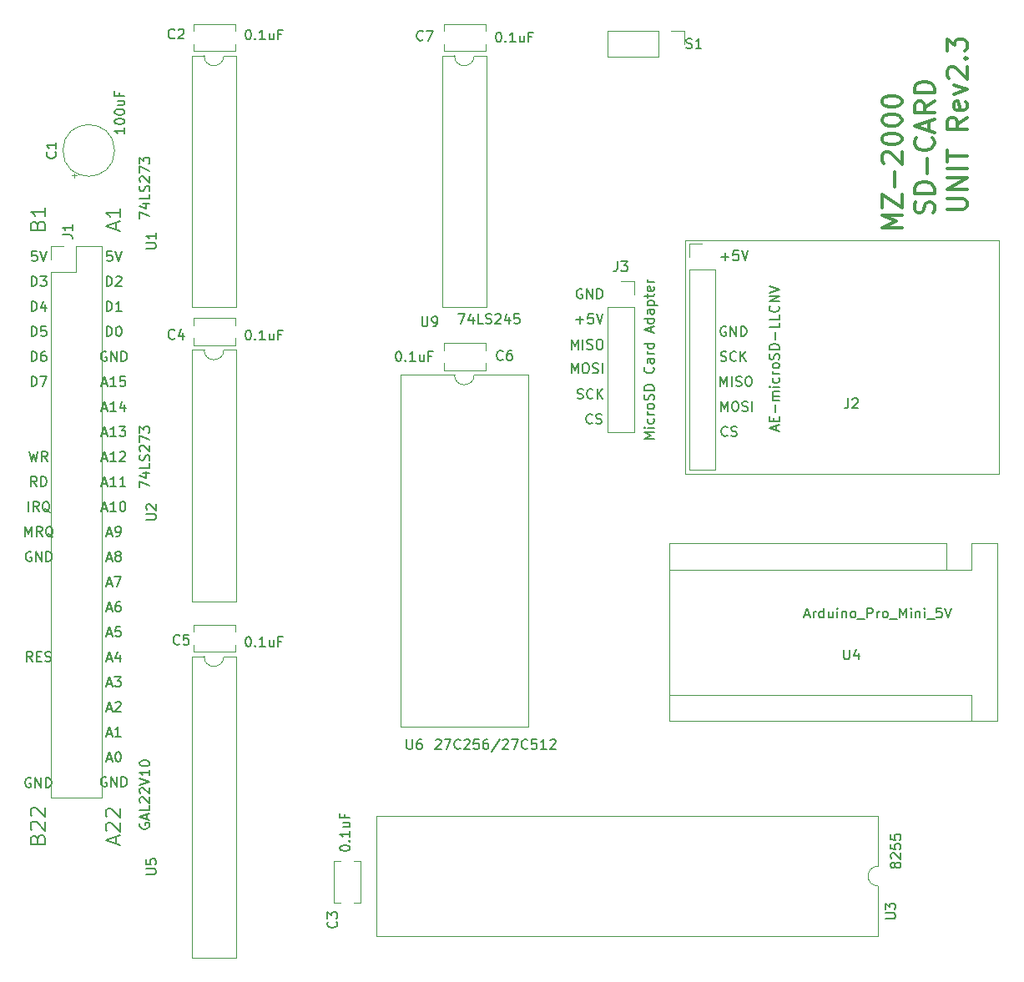
<source format=gto>
G04 #@! TF.GenerationSoftware,KiCad,Pcbnew,(5.1.9)-1*
G04 #@! TF.CreationDate,2022-07-14T08:18:56+09:00*
G04 #@! TF.ProjectId,MZ2000_SD,4d5a3230-3030-45f5-9344-2e6b69636164,rev?*
G04 #@! TF.SameCoordinates,PX53920b0PY93c3260*
G04 #@! TF.FileFunction,Legend,Top*
G04 #@! TF.FilePolarity,Positive*
%FSLAX46Y46*%
G04 Gerber Fmt 4.6, Leading zero omitted, Abs format (unit mm)*
G04 Created by KiCad (PCBNEW (5.1.9)-1) date 2022-07-14 08:18:56*
%MOMM*%
%LPD*%
G01*
G04 APERTURE LIST*
%ADD10C,0.150000*%
%ADD11C,0.300000*%
%ADD12C,0.120000*%
G04 APERTURE END LIST*
D10*
X64968380Y56428691D02*
X63968380Y56428691D01*
X64682666Y56762024D01*
X63968380Y57095358D01*
X64968380Y57095358D01*
X64968380Y57571548D02*
X64301714Y57571548D01*
X63968380Y57571548D02*
X64016000Y57523929D01*
X64063619Y57571548D01*
X64016000Y57619167D01*
X63968380Y57571548D01*
X64063619Y57571548D01*
X64920761Y58476310D02*
X64968380Y58381072D01*
X64968380Y58190596D01*
X64920761Y58095358D01*
X64873142Y58047739D01*
X64777904Y58000120D01*
X64492190Y58000120D01*
X64396952Y58047739D01*
X64349333Y58095358D01*
X64301714Y58190596D01*
X64301714Y58381072D01*
X64349333Y58476310D01*
X64968380Y58904881D02*
X64301714Y58904881D01*
X64492190Y58904881D02*
X64396952Y58952500D01*
X64349333Y59000120D01*
X64301714Y59095358D01*
X64301714Y59190596D01*
X64968380Y59666786D02*
X64920761Y59571548D01*
X64873142Y59523929D01*
X64777904Y59476310D01*
X64492190Y59476310D01*
X64396952Y59523929D01*
X64349333Y59571548D01*
X64301714Y59666786D01*
X64301714Y59809643D01*
X64349333Y59904881D01*
X64396952Y59952500D01*
X64492190Y60000120D01*
X64777904Y60000120D01*
X64873142Y59952500D01*
X64920761Y59904881D01*
X64968380Y59809643D01*
X64968380Y59666786D01*
X64920761Y60381072D02*
X64968380Y60523929D01*
X64968380Y60762024D01*
X64920761Y60857262D01*
X64873142Y60904881D01*
X64777904Y60952500D01*
X64682666Y60952500D01*
X64587428Y60904881D01*
X64539809Y60857262D01*
X64492190Y60762024D01*
X64444571Y60571548D01*
X64396952Y60476310D01*
X64349333Y60428691D01*
X64254095Y60381072D01*
X64158857Y60381072D01*
X64063619Y60428691D01*
X64016000Y60476310D01*
X63968380Y60571548D01*
X63968380Y60809643D01*
X64016000Y60952500D01*
X64968380Y61381072D02*
X63968380Y61381072D01*
X63968380Y61619167D01*
X64016000Y61762024D01*
X64111238Y61857262D01*
X64206476Y61904881D01*
X64396952Y61952500D01*
X64539809Y61952500D01*
X64730285Y61904881D01*
X64825523Y61857262D01*
X64920761Y61762024D01*
X64968380Y61619167D01*
X64968380Y61381072D01*
X64873142Y63714405D02*
X64920761Y63666786D01*
X64968380Y63523929D01*
X64968380Y63428691D01*
X64920761Y63285834D01*
X64825523Y63190596D01*
X64730285Y63142977D01*
X64539809Y63095358D01*
X64396952Y63095358D01*
X64206476Y63142977D01*
X64111238Y63190596D01*
X64016000Y63285834D01*
X63968380Y63428691D01*
X63968380Y63523929D01*
X64016000Y63666786D01*
X64063619Y63714405D01*
X64968380Y64571548D02*
X64444571Y64571548D01*
X64349333Y64523929D01*
X64301714Y64428691D01*
X64301714Y64238215D01*
X64349333Y64142977D01*
X64920761Y64571548D02*
X64968380Y64476310D01*
X64968380Y64238215D01*
X64920761Y64142977D01*
X64825523Y64095358D01*
X64730285Y64095358D01*
X64635047Y64142977D01*
X64587428Y64238215D01*
X64587428Y64476310D01*
X64539809Y64571548D01*
X64968380Y65047739D02*
X64301714Y65047739D01*
X64492190Y65047739D02*
X64396952Y65095358D01*
X64349333Y65142977D01*
X64301714Y65238215D01*
X64301714Y65333453D01*
X64968380Y66095358D02*
X63968380Y66095358D01*
X64920761Y66095358D02*
X64968380Y66000120D01*
X64968380Y65809643D01*
X64920761Y65714405D01*
X64873142Y65666786D01*
X64777904Y65619167D01*
X64492190Y65619167D01*
X64396952Y65666786D01*
X64349333Y65714405D01*
X64301714Y65809643D01*
X64301714Y66000120D01*
X64349333Y66095358D01*
X64682666Y67285834D02*
X64682666Y67762024D01*
X64968380Y67190596D02*
X63968380Y67523929D01*
X64968380Y67857262D01*
X64968380Y68619167D02*
X63968380Y68619167D01*
X64920761Y68619167D02*
X64968380Y68523929D01*
X64968380Y68333453D01*
X64920761Y68238215D01*
X64873142Y68190596D01*
X64777904Y68142977D01*
X64492190Y68142977D01*
X64396952Y68190596D01*
X64349333Y68238215D01*
X64301714Y68333453D01*
X64301714Y68523929D01*
X64349333Y68619167D01*
X64968380Y69523929D02*
X64444571Y69523929D01*
X64349333Y69476310D01*
X64301714Y69381072D01*
X64301714Y69190596D01*
X64349333Y69095358D01*
X64920761Y69523929D02*
X64968380Y69428691D01*
X64968380Y69190596D01*
X64920761Y69095358D01*
X64825523Y69047739D01*
X64730285Y69047739D01*
X64635047Y69095358D01*
X64587428Y69190596D01*
X64587428Y69428691D01*
X64539809Y69523929D01*
X64301714Y70000120D02*
X65301714Y70000120D01*
X64349333Y70000120D02*
X64301714Y70095358D01*
X64301714Y70285834D01*
X64349333Y70381072D01*
X64396952Y70428691D01*
X64492190Y70476310D01*
X64777904Y70476310D01*
X64873142Y70428691D01*
X64920761Y70381072D01*
X64968380Y70285834D01*
X64968380Y70095358D01*
X64920761Y70000120D01*
X64301714Y70762024D02*
X64301714Y71142977D01*
X63968380Y70904881D02*
X64825523Y70904881D01*
X64920761Y70952500D01*
X64968380Y71047739D01*
X64968380Y71142977D01*
X64920761Y71857262D02*
X64968380Y71762024D01*
X64968380Y71571548D01*
X64920761Y71476310D01*
X64825523Y71428691D01*
X64444571Y71428691D01*
X64349333Y71476310D01*
X64301714Y71571548D01*
X64301714Y71762024D01*
X64349333Y71857262D01*
X64444571Y71904881D01*
X64539809Y71904881D01*
X64635047Y71428691D01*
X64968380Y72333453D02*
X64301714Y72333453D01*
X64492190Y72333453D02*
X64396952Y72381072D01*
X64349333Y72428691D01*
X64301714Y72523929D01*
X64301714Y72619167D01*
X58697833Y58062858D02*
X58650214Y58015239D01*
X58507357Y57967620D01*
X58412119Y57967620D01*
X58269261Y58015239D01*
X58174023Y58110477D01*
X58126404Y58205715D01*
X58078785Y58396191D01*
X58078785Y58539048D01*
X58126404Y58729524D01*
X58174023Y58824762D01*
X58269261Y58920000D01*
X58412119Y58967620D01*
X58507357Y58967620D01*
X58650214Y58920000D01*
X58697833Y58872381D01*
X59078785Y58015239D02*
X59221642Y57967620D01*
X59459738Y57967620D01*
X59554976Y58015239D01*
X59602595Y58062858D01*
X59650214Y58158096D01*
X59650214Y58253334D01*
X59602595Y58348572D01*
X59554976Y58396191D01*
X59459738Y58443810D01*
X59269261Y58491429D01*
X59174023Y58539048D01*
X59126404Y58586667D01*
X59078785Y58681905D01*
X59078785Y58777143D01*
X59126404Y58872381D01*
X59174023Y58920000D01*
X59269261Y58967620D01*
X59507357Y58967620D01*
X59650214Y58920000D01*
X57197785Y60555239D02*
X57340642Y60507620D01*
X57578738Y60507620D01*
X57673976Y60555239D01*
X57721595Y60602858D01*
X57769214Y60698096D01*
X57769214Y60793334D01*
X57721595Y60888572D01*
X57673976Y60936191D01*
X57578738Y60983810D01*
X57388261Y61031429D01*
X57293023Y61079048D01*
X57245404Y61126667D01*
X57197785Y61221905D01*
X57197785Y61317143D01*
X57245404Y61412381D01*
X57293023Y61460000D01*
X57388261Y61507620D01*
X57626357Y61507620D01*
X57769214Y61460000D01*
X58769214Y60602858D02*
X58721595Y60555239D01*
X58578738Y60507620D01*
X58483500Y60507620D01*
X58340642Y60555239D01*
X58245404Y60650477D01*
X58197785Y60745715D01*
X58150166Y60936191D01*
X58150166Y61079048D01*
X58197785Y61269524D01*
X58245404Y61364762D01*
X58340642Y61460000D01*
X58483500Y61507620D01*
X58578738Y61507620D01*
X58721595Y61460000D01*
X58769214Y61412381D01*
X59197785Y60507620D02*
X59197785Y61507620D01*
X59769214Y60507620D02*
X59340642Y61079048D01*
X59769214Y61507620D02*
X59197785Y60936191D01*
X56594571Y63111120D02*
X56594571Y64111120D01*
X56927904Y63396834D01*
X57261238Y64111120D01*
X57261238Y63111120D01*
X57927904Y64111120D02*
X58118380Y64111120D01*
X58213619Y64063500D01*
X58308857Y63968262D01*
X58356476Y63777786D01*
X58356476Y63444453D01*
X58308857Y63253977D01*
X58213619Y63158739D01*
X58118380Y63111120D01*
X57927904Y63111120D01*
X57832666Y63158739D01*
X57737428Y63253977D01*
X57689809Y63444453D01*
X57689809Y63777786D01*
X57737428Y63968262D01*
X57832666Y64063500D01*
X57927904Y64111120D01*
X58737428Y63158739D02*
X58880285Y63111120D01*
X59118380Y63111120D01*
X59213619Y63158739D01*
X59261238Y63206358D01*
X59308857Y63301596D01*
X59308857Y63396834D01*
X59261238Y63492072D01*
X59213619Y63539691D01*
X59118380Y63587310D01*
X58927904Y63634929D01*
X58832666Y63682548D01*
X58785047Y63730167D01*
X58737428Y63825405D01*
X58737428Y63920643D01*
X58785047Y64015881D01*
X58832666Y64063500D01*
X58927904Y64111120D01*
X59166000Y64111120D01*
X59308857Y64063500D01*
X59737428Y63111120D02*
X59737428Y64111120D01*
X56594571Y65524120D02*
X56594571Y66524120D01*
X56927904Y65809834D01*
X57261238Y66524120D01*
X57261238Y65524120D01*
X57737428Y65524120D02*
X57737428Y66524120D01*
X58166000Y65571739D02*
X58308857Y65524120D01*
X58546952Y65524120D01*
X58642190Y65571739D01*
X58689809Y65619358D01*
X58737428Y65714596D01*
X58737428Y65809834D01*
X58689809Y65905072D01*
X58642190Y65952691D01*
X58546952Y66000310D01*
X58356476Y66047929D01*
X58261238Y66095548D01*
X58213619Y66143167D01*
X58166000Y66238405D01*
X58166000Y66333643D01*
X58213619Y66428881D01*
X58261238Y66476500D01*
X58356476Y66524120D01*
X58594571Y66524120D01*
X58737428Y66476500D01*
X59356476Y66524120D02*
X59546952Y66524120D01*
X59642190Y66476500D01*
X59737428Y66381262D01*
X59785047Y66190786D01*
X59785047Y65857453D01*
X59737428Y65666977D01*
X59642190Y65571739D01*
X59546952Y65524120D01*
X59356476Y65524120D01*
X59261238Y65571739D01*
X59166000Y65666977D01*
X59118380Y65857453D01*
X59118380Y66190786D01*
X59166000Y66381262D01*
X59261238Y66476500D01*
X59356476Y66524120D01*
X57070785Y68508572D02*
X57832690Y68508572D01*
X57451738Y68127620D02*
X57451738Y68889524D01*
X58785071Y69127620D02*
X58308880Y69127620D01*
X58261261Y68651429D01*
X58308880Y68699048D01*
X58404119Y68746667D01*
X58642214Y68746667D01*
X58737452Y68699048D01*
X58785071Y68651429D01*
X58832690Y68556191D01*
X58832690Y68318096D01*
X58785071Y68222858D01*
X58737452Y68175239D01*
X58642214Y68127620D01*
X58404119Y68127620D01*
X58308880Y68175239D01*
X58261261Y68222858D01*
X59118404Y69127620D02*
X59451738Y68127620D01*
X59785071Y69127620D01*
X57658095Y71620000D02*
X57562857Y71667620D01*
X57420000Y71667620D01*
X57277142Y71620000D01*
X57181904Y71524762D01*
X57134285Y71429524D01*
X57086666Y71239048D01*
X57086666Y71096191D01*
X57134285Y70905715D01*
X57181904Y70810477D01*
X57277142Y70715239D01*
X57420000Y70667620D01*
X57515238Y70667620D01*
X57658095Y70715239D01*
X57705714Y70762858D01*
X57705714Y71096191D01*
X57515238Y71096191D01*
X58134285Y70667620D02*
X58134285Y71667620D01*
X58705714Y70667620D01*
X58705714Y71667620D01*
X59181904Y70667620D02*
X59181904Y71667620D01*
X59420000Y71667620D01*
X59562857Y71620000D01*
X59658095Y71524762D01*
X59705714Y71429524D01*
X59753333Y71239048D01*
X59753333Y71096191D01*
X59705714Y70905715D01*
X59658095Y70810477D01*
X59562857Y70715239D01*
X59420000Y70667620D01*
X59181904Y70667620D01*
X71802785Y74922072D02*
X72564690Y74922072D01*
X72183738Y74541120D02*
X72183738Y75303024D01*
X73517071Y75541120D02*
X73040880Y75541120D01*
X72993261Y75064929D01*
X73040880Y75112548D01*
X73136119Y75160167D01*
X73374214Y75160167D01*
X73469452Y75112548D01*
X73517071Y75064929D01*
X73564690Y74969691D01*
X73564690Y74731596D01*
X73517071Y74636358D01*
X73469452Y74588739D01*
X73374214Y74541120D01*
X73136119Y74541120D01*
X73040880Y74588739D01*
X72993261Y74636358D01*
X73850404Y75541120D02*
X74183738Y74541120D01*
X74517071Y75541120D01*
X72413833Y56792858D02*
X72366214Y56745239D01*
X72223357Y56697620D01*
X72128119Y56697620D01*
X71985261Y56745239D01*
X71890023Y56840477D01*
X71842404Y56935715D01*
X71794785Y57126191D01*
X71794785Y57269048D01*
X71842404Y57459524D01*
X71890023Y57554762D01*
X71985261Y57650000D01*
X72128119Y57697620D01*
X72223357Y57697620D01*
X72366214Y57650000D01*
X72413833Y57602381D01*
X72794785Y56745239D02*
X72937642Y56697620D01*
X73175738Y56697620D01*
X73270976Y56745239D01*
X73318595Y56792858D01*
X73366214Y56888096D01*
X73366214Y56983334D01*
X73318595Y57078572D01*
X73270976Y57126191D01*
X73175738Y57173810D01*
X72985261Y57221429D01*
X72890023Y57269048D01*
X72842404Y57316667D01*
X72794785Y57411905D01*
X72794785Y57507143D01*
X72842404Y57602381D01*
X72890023Y57650000D01*
X72985261Y57697620D01*
X73223357Y57697620D01*
X73366214Y57650000D01*
X71771071Y59237620D02*
X71771071Y60237620D01*
X72104404Y59523334D01*
X72437738Y60237620D01*
X72437738Y59237620D01*
X73104404Y60237620D02*
X73294880Y60237620D01*
X73390119Y60190000D01*
X73485357Y60094762D01*
X73532976Y59904286D01*
X73532976Y59570953D01*
X73485357Y59380477D01*
X73390119Y59285239D01*
X73294880Y59237620D01*
X73104404Y59237620D01*
X73009166Y59285239D01*
X72913928Y59380477D01*
X72866309Y59570953D01*
X72866309Y59904286D01*
X72913928Y60094762D01*
X73009166Y60190000D01*
X73104404Y60237620D01*
X73913928Y59285239D02*
X74056785Y59237620D01*
X74294880Y59237620D01*
X74390119Y59285239D01*
X74437738Y59332858D01*
X74485357Y59428096D01*
X74485357Y59523334D01*
X74437738Y59618572D01*
X74390119Y59666191D01*
X74294880Y59713810D01*
X74104404Y59761429D01*
X74009166Y59809048D01*
X73961547Y59856667D01*
X73913928Y59951905D01*
X73913928Y60047143D01*
X73961547Y60142381D01*
X74009166Y60190000D01*
X74104404Y60237620D01*
X74342500Y60237620D01*
X74485357Y60190000D01*
X74913928Y59237620D02*
X74913928Y60237620D01*
X71707571Y61777620D02*
X71707571Y62777620D01*
X72040904Y62063334D01*
X72374238Y62777620D01*
X72374238Y61777620D01*
X72850428Y61777620D02*
X72850428Y62777620D01*
X73279000Y61825239D02*
X73421857Y61777620D01*
X73659952Y61777620D01*
X73755190Y61825239D01*
X73802809Y61872858D01*
X73850428Y61968096D01*
X73850428Y62063334D01*
X73802809Y62158572D01*
X73755190Y62206191D01*
X73659952Y62253810D01*
X73469476Y62301429D01*
X73374238Y62349048D01*
X73326619Y62396667D01*
X73279000Y62491905D01*
X73279000Y62587143D01*
X73326619Y62682381D01*
X73374238Y62730000D01*
X73469476Y62777620D01*
X73707571Y62777620D01*
X73850428Y62730000D01*
X74469476Y62777620D02*
X74659952Y62777620D01*
X74755190Y62730000D01*
X74850428Y62634762D01*
X74898047Y62444286D01*
X74898047Y62110953D01*
X74850428Y61920477D01*
X74755190Y61825239D01*
X74659952Y61777620D01*
X74469476Y61777620D01*
X74374238Y61825239D01*
X74279000Y61920477D01*
X74231380Y62110953D01*
X74231380Y62444286D01*
X74279000Y62634762D01*
X74374238Y62730000D01*
X74469476Y62777620D01*
X71739285Y64365239D02*
X71882142Y64317620D01*
X72120238Y64317620D01*
X72215476Y64365239D01*
X72263095Y64412858D01*
X72310714Y64508096D01*
X72310714Y64603334D01*
X72263095Y64698572D01*
X72215476Y64746191D01*
X72120238Y64793810D01*
X71929761Y64841429D01*
X71834523Y64889048D01*
X71786904Y64936667D01*
X71739285Y65031905D01*
X71739285Y65127143D01*
X71786904Y65222381D01*
X71834523Y65270000D01*
X71929761Y65317620D01*
X72167857Y65317620D01*
X72310714Y65270000D01*
X73310714Y64412858D02*
X73263095Y64365239D01*
X73120238Y64317620D01*
X73025000Y64317620D01*
X72882142Y64365239D01*
X72786904Y64460477D01*
X72739285Y64555715D01*
X72691666Y64746191D01*
X72691666Y64889048D01*
X72739285Y65079524D01*
X72786904Y65174762D01*
X72882142Y65270000D01*
X73025000Y65317620D01*
X73120238Y65317620D01*
X73263095Y65270000D01*
X73310714Y65222381D01*
X73739285Y64317620D02*
X73739285Y65317620D01*
X74310714Y64317620D02*
X73882142Y64889048D01*
X74310714Y65317620D02*
X73739285Y64746191D01*
X72263095Y67810000D02*
X72167857Y67857620D01*
X72025000Y67857620D01*
X71882142Y67810000D01*
X71786904Y67714762D01*
X71739285Y67619524D01*
X71691666Y67429048D01*
X71691666Y67286191D01*
X71739285Y67095715D01*
X71786904Y67000477D01*
X71882142Y66905239D01*
X72025000Y66857620D01*
X72120238Y66857620D01*
X72263095Y66905239D01*
X72310714Y66952858D01*
X72310714Y67286191D01*
X72120238Y67286191D01*
X72739285Y66857620D02*
X72739285Y67857620D01*
X73310714Y66857620D01*
X73310714Y67857620D01*
X73786904Y66857620D02*
X73786904Y67857620D01*
X74025000Y67857620D01*
X74167857Y67810000D01*
X74263095Y67714762D01*
X74310714Y67619524D01*
X74358333Y67429048D01*
X74358333Y67286191D01*
X74310714Y67095715D01*
X74263095Y67000477D01*
X74167857Y66905239D01*
X74025000Y66857620D01*
X73786904Y66857620D01*
X80225238Y38568334D02*
X80701428Y38568334D01*
X80130000Y38282620D02*
X80463333Y39282620D01*
X80796666Y38282620D01*
X81130000Y38282620D02*
X81130000Y38949286D01*
X81130000Y38758810D02*
X81177619Y38854048D01*
X81225238Y38901667D01*
X81320476Y38949286D01*
X81415714Y38949286D01*
X82177619Y38282620D02*
X82177619Y39282620D01*
X82177619Y38330239D02*
X82082380Y38282620D01*
X81891904Y38282620D01*
X81796666Y38330239D01*
X81749047Y38377858D01*
X81701428Y38473096D01*
X81701428Y38758810D01*
X81749047Y38854048D01*
X81796666Y38901667D01*
X81891904Y38949286D01*
X82082380Y38949286D01*
X82177619Y38901667D01*
X83082380Y38949286D02*
X83082380Y38282620D01*
X82653809Y38949286D02*
X82653809Y38425477D01*
X82701428Y38330239D01*
X82796666Y38282620D01*
X82939523Y38282620D01*
X83034761Y38330239D01*
X83082380Y38377858D01*
X83558571Y38282620D02*
X83558571Y38949286D01*
X83558571Y39282620D02*
X83510952Y39235000D01*
X83558571Y39187381D01*
X83606190Y39235000D01*
X83558571Y39282620D01*
X83558571Y39187381D01*
X84034761Y38949286D02*
X84034761Y38282620D01*
X84034761Y38854048D02*
X84082380Y38901667D01*
X84177619Y38949286D01*
X84320476Y38949286D01*
X84415714Y38901667D01*
X84463333Y38806429D01*
X84463333Y38282620D01*
X85082380Y38282620D02*
X84987142Y38330239D01*
X84939523Y38377858D01*
X84891904Y38473096D01*
X84891904Y38758810D01*
X84939523Y38854048D01*
X84987142Y38901667D01*
X85082380Y38949286D01*
X85225238Y38949286D01*
X85320476Y38901667D01*
X85368095Y38854048D01*
X85415714Y38758810D01*
X85415714Y38473096D01*
X85368095Y38377858D01*
X85320476Y38330239D01*
X85225238Y38282620D01*
X85082380Y38282620D01*
X85606190Y38187381D02*
X86368095Y38187381D01*
X86606190Y38282620D02*
X86606190Y39282620D01*
X86987142Y39282620D01*
X87082380Y39235000D01*
X87130000Y39187381D01*
X87177619Y39092143D01*
X87177619Y38949286D01*
X87130000Y38854048D01*
X87082380Y38806429D01*
X86987142Y38758810D01*
X86606190Y38758810D01*
X87606190Y38282620D02*
X87606190Y38949286D01*
X87606190Y38758810D02*
X87653809Y38854048D01*
X87701428Y38901667D01*
X87796666Y38949286D01*
X87891904Y38949286D01*
X88368095Y38282620D02*
X88272857Y38330239D01*
X88225238Y38377858D01*
X88177619Y38473096D01*
X88177619Y38758810D01*
X88225238Y38854048D01*
X88272857Y38901667D01*
X88368095Y38949286D01*
X88510952Y38949286D01*
X88606190Y38901667D01*
X88653809Y38854048D01*
X88701428Y38758810D01*
X88701428Y38473096D01*
X88653809Y38377858D01*
X88606190Y38330239D01*
X88510952Y38282620D01*
X88368095Y38282620D01*
X88891904Y38187381D02*
X89653809Y38187381D01*
X89891904Y38282620D02*
X89891904Y39282620D01*
X90225238Y38568334D01*
X90558571Y39282620D01*
X90558571Y38282620D01*
X91034761Y38282620D02*
X91034761Y38949286D01*
X91034761Y39282620D02*
X90987142Y39235000D01*
X91034761Y39187381D01*
X91082380Y39235000D01*
X91034761Y39282620D01*
X91034761Y39187381D01*
X91510952Y38949286D02*
X91510952Y38282620D01*
X91510952Y38854048D02*
X91558571Y38901667D01*
X91653809Y38949286D01*
X91796666Y38949286D01*
X91891904Y38901667D01*
X91939523Y38806429D01*
X91939523Y38282620D01*
X92415714Y38282620D02*
X92415714Y38949286D01*
X92415714Y39282620D02*
X92368095Y39235000D01*
X92415714Y39187381D01*
X92463333Y39235000D01*
X92415714Y39282620D01*
X92415714Y39187381D01*
X92653809Y38187381D02*
X93415714Y38187381D01*
X94130000Y39282620D02*
X93653809Y39282620D01*
X93606190Y38806429D01*
X93653809Y38854048D01*
X93749047Y38901667D01*
X93987142Y38901667D01*
X94082380Y38854048D01*
X94130000Y38806429D01*
X94177619Y38711191D01*
X94177619Y38473096D01*
X94130000Y38377858D01*
X94082380Y38330239D01*
X93987142Y38282620D01*
X93749047Y38282620D01*
X93653809Y38330239D01*
X93606190Y38377858D01*
X94463333Y39282620D02*
X94796666Y38282620D01*
X95130000Y39282620D01*
X11247380Y87987381D02*
X11247380Y87415953D01*
X11247380Y87701667D02*
X10247380Y87701667D01*
X10390238Y87606429D01*
X10485476Y87511191D01*
X10533095Y87415953D01*
X10247380Y88606429D02*
X10247380Y88701667D01*
X10295000Y88796905D01*
X10342619Y88844524D01*
X10437857Y88892143D01*
X10628333Y88939762D01*
X10866428Y88939762D01*
X11056904Y88892143D01*
X11152142Y88844524D01*
X11199761Y88796905D01*
X11247380Y88701667D01*
X11247380Y88606429D01*
X11199761Y88511191D01*
X11152142Y88463572D01*
X11056904Y88415953D01*
X10866428Y88368334D01*
X10628333Y88368334D01*
X10437857Y88415953D01*
X10342619Y88463572D01*
X10295000Y88511191D01*
X10247380Y88606429D01*
X10247380Y89558810D02*
X10247380Y89654048D01*
X10295000Y89749286D01*
X10342619Y89796905D01*
X10437857Y89844524D01*
X10628333Y89892143D01*
X10866428Y89892143D01*
X11056904Y89844524D01*
X11152142Y89796905D01*
X11199761Y89749286D01*
X11247380Y89654048D01*
X11247380Y89558810D01*
X11199761Y89463572D01*
X11152142Y89415953D01*
X11056904Y89368334D01*
X10866428Y89320715D01*
X10628333Y89320715D01*
X10437857Y89368334D01*
X10342619Y89415953D01*
X10295000Y89463572D01*
X10247380Y89558810D01*
X10580714Y90749286D02*
X11247380Y90749286D01*
X10580714Y90320715D02*
X11104523Y90320715D01*
X11199761Y90368334D01*
X11247380Y90463572D01*
X11247380Y90606429D01*
X11199761Y90701667D01*
X11152142Y90749286D01*
X10723571Y91558810D02*
X10723571Y91225477D01*
X11247380Y91225477D02*
X10247380Y91225477D01*
X10247380Y91701667D01*
X12787380Y78795953D02*
X12787380Y79462620D01*
X13787380Y79034048D01*
X13120714Y80272143D02*
X13787380Y80272143D01*
X12739761Y80034048D02*
X13454047Y79795953D01*
X13454047Y80415000D01*
X13787380Y81272143D02*
X13787380Y80795953D01*
X12787380Y80795953D01*
X13739761Y81557858D02*
X13787380Y81700715D01*
X13787380Y81938810D01*
X13739761Y82034048D01*
X13692142Y82081667D01*
X13596904Y82129286D01*
X13501666Y82129286D01*
X13406428Y82081667D01*
X13358809Y82034048D01*
X13311190Y81938810D01*
X13263571Y81748334D01*
X13215952Y81653096D01*
X13168333Y81605477D01*
X13073095Y81557858D01*
X12977857Y81557858D01*
X12882619Y81605477D01*
X12835000Y81653096D01*
X12787380Y81748334D01*
X12787380Y81986429D01*
X12835000Y82129286D01*
X12882619Y82510239D02*
X12835000Y82557858D01*
X12787380Y82653096D01*
X12787380Y82891191D01*
X12835000Y82986429D01*
X12882619Y83034048D01*
X12977857Y83081667D01*
X13073095Y83081667D01*
X13215952Y83034048D01*
X13787380Y82462620D01*
X13787380Y83081667D01*
X12787380Y83415000D02*
X12787380Y84081667D01*
X13787380Y83653096D01*
X12787380Y84367381D02*
X12787380Y84986429D01*
X13168333Y84653096D01*
X13168333Y84795953D01*
X13215952Y84891191D01*
X13263571Y84938810D01*
X13358809Y84986429D01*
X13596904Y84986429D01*
X13692142Y84938810D01*
X13739761Y84891191D01*
X13787380Y84795953D01*
X13787380Y84510239D01*
X13739761Y84415000D01*
X13692142Y84367381D01*
X12787380Y51490953D02*
X12787380Y52157620D01*
X13787380Y51729048D01*
X13120714Y52967143D02*
X13787380Y52967143D01*
X12739761Y52729048D02*
X13454047Y52490953D01*
X13454047Y53110000D01*
X13787380Y53967143D02*
X13787380Y53490953D01*
X12787380Y53490953D01*
X13739761Y54252858D02*
X13787380Y54395715D01*
X13787380Y54633810D01*
X13739761Y54729048D01*
X13692142Y54776667D01*
X13596904Y54824286D01*
X13501666Y54824286D01*
X13406428Y54776667D01*
X13358809Y54729048D01*
X13311190Y54633810D01*
X13263571Y54443334D01*
X13215952Y54348096D01*
X13168333Y54300477D01*
X13073095Y54252858D01*
X12977857Y54252858D01*
X12882619Y54300477D01*
X12835000Y54348096D01*
X12787380Y54443334D01*
X12787380Y54681429D01*
X12835000Y54824286D01*
X12882619Y55205239D02*
X12835000Y55252858D01*
X12787380Y55348096D01*
X12787380Y55586191D01*
X12835000Y55681429D01*
X12882619Y55729048D01*
X12977857Y55776667D01*
X13073095Y55776667D01*
X13215952Y55729048D01*
X13787380Y55157620D01*
X13787380Y55776667D01*
X12787380Y56110000D02*
X12787380Y56776667D01*
X13787380Y56348096D01*
X12787380Y57062381D02*
X12787380Y57681429D01*
X13168333Y57348096D01*
X13168333Y57490953D01*
X13215952Y57586191D01*
X13263571Y57633810D01*
X13358809Y57681429D01*
X13596904Y57681429D01*
X13692142Y57633810D01*
X13739761Y57586191D01*
X13787380Y57490953D01*
X13787380Y57205239D01*
X13739761Y57110000D01*
X13692142Y57062381D01*
X12835000Y17415239D02*
X12787380Y17320000D01*
X12787380Y17177143D01*
X12835000Y17034286D01*
X12930238Y16939048D01*
X13025476Y16891429D01*
X13215952Y16843810D01*
X13358809Y16843810D01*
X13549285Y16891429D01*
X13644523Y16939048D01*
X13739761Y17034286D01*
X13787380Y17177143D01*
X13787380Y17272381D01*
X13739761Y17415239D01*
X13692142Y17462858D01*
X13358809Y17462858D01*
X13358809Y17272381D01*
X13501666Y17843810D02*
X13501666Y18320000D01*
X13787380Y17748572D02*
X12787380Y18081905D01*
X13787380Y18415239D01*
X13787380Y19224762D02*
X13787380Y18748572D01*
X12787380Y18748572D01*
X12882619Y19510477D02*
X12835000Y19558096D01*
X12787380Y19653334D01*
X12787380Y19891429D01*
X12835000Y19986667D01*
X12882619Y20034286D01*
X12977857Y20081905D01*
X13073095Y20081905D01*
X13215952Y20034286D01*
X13787380Y19462858D01*
X13787380Y20081905D01*
X12882619Y20462858D02*
X12835000Y20510477D01*
X12787380Y20605715D01*
X12787380Y20843810D01*
X12835000Y20939048D01*
X12882619Y20986667D01*
X12977857Y21034286D01*
X13073095Y21034286D01*
X13215952Y20986667D01*
X13787380Y20415239D01*
X13787380Y21034286D01*
X12787380Y21320000D02*
X13787380Y21653334D01*
X12787380Y21986667D01*
X13787380Y22843810D02*
X13787380Y22272381D01*
X13787380Y22558096D02*
X12787380Y22558096D01*
X12930238Y22462858D01*
X13025476Y22367620D01*
X13073095Y22272381D01*
X12787380Y23462858D02*
X12787380Y23558096D01*
X12835000Y23653334D01*
X12882619Y23700953D01*
X12977857Y23748572D01*
X13168333Y23796191D01*
X13406428Y23796191D01*
X13596904Y23748572D01*
X13692142Y23700953D01*
X13739761Y23653334D01*
X13787380Y23558096D01*
X13787380Y23462858D01*
X13739761Y23367620D01*
X13692142Y23320000D01*
X13596904Y23272381D01*
X13406428Y23224762D01*
X13168333Y23224762D01*
X12977857Y23272381D01*
X12882619Y23320000D01*
X12835000Y23367620D01*
X12787380Y23462858D01*
X89415952Y13081191D02*
X89368333Y12985953D01*
X89320714Y12938334D01*
X89225476Y12890715D01*
X89177857Y12890715D01*
X89082619Y12938334D01*
X89035000Y12985953D01*
X88987380Y13081191D01*
X88987380Y13271667D01*
X89035000Y13366905D01*
X89082619Y13414524D01*
X89177857Y13462143D01*
X89225476Y13462143D01*
X89320714Y13414524D01*
X89368333Y13366905D01*
X89415952Y13271667D01*
X89415952Y13081191D01*
X89463571Y12985953D01*
X89511190Y12938334D01*
X89606428Y12890715D01*
X89796904Y12890715D01*
X89892142Y12938334D01*
X89939761Y12985953D01*
X89987380Y13081191D01*
X89987380Y13271667D01*
X89939761Y13366905D01*
X89892142Y13414524D01*
X89796904Y13462143D01*
X89606428Y13462143D01*
X89511190Y13414524D01*
X89463571Y13366905D01*
X89415952Y13271667D01*
X89082619Y13843096D02*
X89035000Y13890715D01*
X88987380Y13985953D01*
X88987380Y14224048D01*
X89035000Y14319286D01*
X89082619Y14366905D01*
X89177857Y14414524D01*
X89273095Y14414524D01*
X89415952Y14366905D01*
X89987380Y13795477D01*
X89987380Y14414524D01*
X88987380Y15319286D02*
X88987380Y14843096D01*
X89463571Y14795477D01*
X89415952Y14843096D01*
X89368333Y14938334D01*
X89368333Y15176429D01*
X89415952Y15271667D01*
X89463571Y15319286D01*
X89558809Y15366905D01*
X89796904Y15366905D01*
X89892142Y15319286D01*
X89939761Y15271667D01*
X89987380Y15176429D01*
X89987380Y14938334D01*
X89939761Y14843096D01*
X89892142Y14795477D01*
X88987380Y16271667D02*
X88987380Y15795477D01*
X89463571Y15747858D01*
X89415952Y15795477D01*
X89368333Y15890715D01*
X89368333Y16128810D01*
X89415952Y16224048D01*
X89463571Y16271667D01*
X89558809Y16319286D01*
X89796904Y16319286D01*
X89892142Y16271667D01*
X89939761Y16224048D01*
X89987380Y16128810D01*
X89987380Y15890715D01*
X89939761Y15795477D01*
X89892142Y15747858D01*
X45140952Y69127620D02*
X45807619Y69127620D01*
X45379047Y68127620D01*
X46617142Y68794286D02*
X46617142Y68127620D01*
X46379047Y69175239D02*
X46140952Y68460953D01*
X46760000Y68460953D01*
X47617142Y68127620D02*
X47140952Y68127620D01*
X47140952Y69127620D01*
X47902857Y68175239D02*
X48045714Y68127620D01*
X48283809Y68127620D01*
X48379047Y68175239D01*
X48426666Y68222858D01*
X48474285Y68318096D01*
X48474285Y68413334D01*
X48426666Y68508572D01*
X48379047Y68556191D01*
X48283809Y68603810D01*
X48093333Y68651429D01*
X47998095Y68699048D01*
X47950476Y68746667D01*
X47902857Y68841905D01*
X47902857Y68937143D01*
X47950476Y69032381D01*
X47998095Y69080000D01*
X48093333Y69127620D01*
X48331428Y69127620D01*
X48474285Y69080000D01*
X48855238Y69032381D02*
X48902857Y69080000D01*
X48998095Y69127620D01*
X49236190Y69127620D01*
X49331428Y69080000D01*
X49379047Y69032381D01*
X49426666Y68937143D01*
X49426666Y68841905D01*
X49379047Y68699048D01*
X48807619Y68127620D01*
X49426666Y68127620D01*
X50283809Y68794286D02*
X50283809Y68127620D01*
X50045714Y69175239D02*
X49807619Y68460953D01*
X50426666Y68460953D01*
X51283809Y69127620D02*
X50807619Y69127620D01*
X50760000Y68651429D01*
X50807619Y68699048D01*
X50902857Y68746667D01*
X51140952Y68746667D01*
X51236190Y68699048D01*
X51283809Y68651429D01*
X51331428Y68556191D01*
X51331428Y68318096D01*
X51283809Y68222858D01*
X51236190Y68175239D01*
X51140952Y68127620D01*
X50902857Y68127620D01*
X50807619Y68175239D01*
X50760000Y68222858D01*
X42799761Y25852381D02*
X42847380Y25900000D01*
X42942619Y25947620D01*
X43180714Y25947620D01*
X43275952Y25900000D01*
X43323571Y25852381D01*
X43371190Y25757143D01*
X43371190Y25661905D01*
X43323571Y25519048D01*
X42752142Y24947620D01*
X43371190Y24947620D01*
X43704523Y25947620D02*
X44371190Y25947620D01*
X43942619Y24947620D01*
X45323571Y25042858D02*
X45275952Y24995239D01*
X45133095Y24947620D01*
X45037857Y24947620D01*
X44895000Y24995239D01*
X44799761Y25090477D01*
X44752142Y25185715D01*
X44704523Y25376191D01*
X44704523Y25519048D01*
X44752142Y25709524D01*
X44799761Y25804762D01*
X44895000Y25900000D01*
X45037857Y25947620D01*
X45133095Y25947620D01*
X45275952Y25900000D01*
X45323571Y25852381D01*
X45704523Y25852381D02*
X45752142Y25900000D01*
X45847380Y25947620D01*
X46085476Y25947620D01*
X46180714Y25900000D01*
X46228333Y25852381D01*
X46275952Y25757143D01*
X46275952Y25661905D01*
X46228333Y25519048D01*
X45656904Y24947620D01*
X46275952Y24947620D01*
X47180714Y25947620D02*
X46704523Y25947620D01*
X46656904Y25471429D01*
X46704523Y25519048D01*
X46799761Y25566667D01*
X47037857Y25566667D01*
X47133095Y25519048D01*
X47180714Y25471429D01*
X47228333Y25376191D01*
X47228333Y25138096D01*
X47180714Y25042858D01*
X47133095Y24995239D01*
X47037857Y24947620D01*
X46799761Y24947620D01*
X46704523Y24995239D01*
X46656904Y25042858D01*
X48085476Y25947620D02*
X47895000Y25947620D01*
X47799761Y25900000D01*
X47752142Y25852381D01*
X47656904Y25709524D01*
X47609285Y25519048D01*
X47609285Y25138096D01*
X47656904Y25042858D01*
X47704523Y24995239D01*
X47799761Y24947620D01*
X47990238Y24947620D01*
X48085476Y24995239D01*
X48133095Y25042858D01*
X48180714Y25138096D01*
X48180714Y25376191D01*
X48133095Y25471429D01*
X48085476Y25519048D01*
X47990238Y25566667D01*
X47799761Y25566667D01*
X47704523Y25519048D01*
X47656904Y25471429D01*
X47609285Y25376191D01*
X49323571Y25995239D02*
X48466428Y24709524D01*
X49609285Y25852381D02*
X49656904Y25900000D01*
X49752142Y25947620D01*
X49990238Y25947620D01*
X50085476Y25900000D01*
X50133095Y25852381D01*
X50180714Y25757143D01*
X50180714Y25661905D01*
X50133095Y25519048D01*
X49561666Y24947620D01*
X50180714Y24947620D01*
X50514047Y25947620D02*
X51180714Y25947620D01*
X50752142Y24947620D01*
X52133095Y25042858D02*
X52085476Y24995239D01*
X51942619Y24947620D01*
X51847380Y24947620D01*
X51704523Y24995239D01*
X51609285Y25090477D01*
X51561666Y25185715D01*
X51514047Y25376191D01*
X51514047Y25519048D01*
X51561666Y25709524D01*
X51609285Y25804762D01*
X51704523Y25900000D01*
X51847380Y25947620D01*
X51942619Y25947620D01*
X52085476Y25900000D01*
X52133095Y25852381D01*
X53037857Y25947620D02*
X52561666Y25947620D01*
X52514047Y25471429D01*
X52561666Y25519048D01*
X52656904Y25566667D01*
X52895000Y25566667D01*
X52990238Y25519048D01*
X53037857Y25471429D01*
X53085476Y25376191D01*
X53085476Y25138096D01*
X53037857Y25042858D01*
X52990238Y24995239D01*
X52895000Y24947620D01*
X52656904Y24947620D01*
X52561666Y24995239D01*
X52514047Y25042858D01*
X54037857Y24947620D02*
X53466428Y24947620D01*
X53752142Y24947620D02*
X53752142Y25947620D01*
X53656904Y25804762D01*
X53561666Y25709524D01*
X53466428Y25661905D01*
X54418809Y25852381D02*
X54466428Y25900000D01*
X54561666Y25947620D01*
X54799761Y25947620D01*
X54895000Y25900000D01*
X54942619Y25852381D01*
X54990238Y25757143D01*
X54990238Y25661905D01*
X54942619Y25519048D01*
X54371190Y24947620D01*
X54990238Y24947620D01*
X33107380Y14867143D02*
X33107380Y14962381D01*
X33155000Y15057620D01*
X33202619Y15105239D01*
X33297857Y15152858D01*
X33488333Y15200477D01*
X33726428Y15200477D01*
X33916904Y15152858D01*
X34012142Y15105239D01*
X34059761Y15057620D01*
X34107380Y14962381D01*
X34107380Y14867143D01*
X34059761Y14771905D01*
X34012142Y14724286D01*
X33916904Y14676667D01*
X33726428Y14629048D01*
X33488333Y14629048D01*
X33297857Y14676667D01*
X33202619Y14724286D01*
X33155000Y14771905D01*
X33107380Y14867143D01*
X34012142Y15629048D02*
X34059761Y15676667D01*
X34107380Y15629048D01*
X34059761Y15581429D01*
X34012142Y15629048D01*
X34107380Y15629048D01*
X34107380Y16629048D02*
X34107380Y16057620D01*
X34107380Y16343334D02*
X33107380Y16343334D01*
X33250238Y16248096D01*
X33345476Y16152858D01*
X33393095Y16057620D01*
X33440714Y17486191D02*
X34107380Y17486191D01*
X33440714Y17057620D02*
X33964523Y17057620D01*
X34059761Y17105239D01*
X34107380Y17200477D01*
X34107380Y17343334D01*
X34059761Y17438572D01*
X34012142Y17486191D01*
X33583571Y18295715D02*
X33583571Y17962381D01*
X34107380Y17962381D02*
X33107380Y17962381D01*
X33107380Y18438572D01*
X23757142Y36361620D02*
X23852380Y36361620D01*
X23947619Y36314000D01*
X23995238Y36266381D01*
X24042857Y36171143D01*
X24090476Y35980667D01*
X24090476Y35742572D01*
X24042857Y35552096D01*
X23995238Y35456858D01*
X23947619Y35409239D01*
X23852380Y35361620D01*
X23757142Y35361620D01*
X23661904Y35409239D01*
X23614285Y35456858D01*
X23566666Y35552096D01*
X23519047Y35742572D01*
X23519047Y35980667D01*
X23566666Y36171143D01*
X23614285Y36266381D01*
X23661904Y36314000D01*
X23757142Y36361620D01*
X24519047Y35456858D02*
X24566666Y35409239D01*
X24519047Y35361620D01*
X24471428Y35409239D01*
X24519047Y35456858D01*
X24519047Y35361620D01*
X25519047Y35361620D02*
X24947619Y35361620D01*
X25233333Y35361620D02*
X25233333Y36361620D01*
X25138095Y36218762D01*
X25042857Y36123524D01*
X24947619Y36075905D01*
X26376190Y36028286D02*
X26376190Y35361620D01*
X25947619Y36028286D02*
X25947619Y35504477D01*
X25995238Y35409239D01*
X26090476Y35361620D01*
X26233333Y35361620D01*
X26328571Y35409239D01*
X26376190Y35456858D01*
X27185714Y35885429D02*
X26852380Y35885429D01*
X26852380Y35361620D02*
X26852380Y36361620D01*
X27328571Y36361620D01*
X38997142Y65317620D02*
X39092380Y65317620D01*
X39187619Y65270000D01*
X39235238Y65222381D01*
X39282857Y65127143D01*
X39330476Y64936667D01*
X39330476Y64698572D01*
X39282857Y64508096D01*
X39235238Y64412858D01*
X39187619Y64365239D01*
X39092380Y64317620D01*
X38997142Y64317620D01*
X38901904Y64365239D01*
X38854285Y64412858D01*
X38806666Y64508096D01*
X38759047Y64698572D01*
X38759047Y64936667D01*
X38806666Y65127143D01*
X38854285Y65222381D01*
X38901904Y65270000D01*
X38997142Y65317620D01*
X39759047Y64412858D02*
X39806666Y64365239D01*
X39759047Y64317620D01*
X39711428Y64365239D01*
X39759047Y64412858D01*
X39759047Y64317620D01*
X40759047Y64317620D02*
X40187619Y64317620D01*
X40473333Y64317620D02*
X40473333Y65317620D01*
X40378095Y65174762D01*
X40282857Y65079524D01*
X40187619Y65031905D01*
X41616190Y64984286D02*
X41616190Y64317620D01*
X41187619Y64984286D02*
X41187619Y64460477D01*
X41235238Y64365239D01*
X41330476Y64317620D01*
X41473333Y64317620D01*
X41568571Y64365239D01*
X41616190Y64412858D01*
X42425714Y64841429D02*
X42092380Y64841429D01*
X42092380Y64317620D02*
X42092380Y65317620D01*
X42568571Y65317620D01*
X23757142Y67476620D02*
X23852380Y67476620D01*
X23947619Y67429000D01*
X23995238Y67381381D01*
X24042857Y67286143D01*
X24090476Y67095667D01*
X24090476Y66857572D01*
X24042857Y66667096D01*
X23995238Y66571858D01*
X23947619Y66524239D01*
X23852380Y66476620D01*
X23757142Y66476620D01*
X23661904Y66524239D01*
X23614285Y66571858D01*
X23566666Y66667096D01*
X23519047Y66857572D01*
X23519047Y67095667D01*
X23566666Y67286143D01*
X23614285Y67381381D01*
X23661904Y67429000D01*
X23757142Y67476620D01*
X24519047Y66571858D02*
X24566666Y66524239D01*
X24519047Y66476620D01*
X24471428Y66524239D01*
X24519047Y66571858D01*
X24519047Y66476620D01*
X25519047Y66476620D02*
X24947619Y66476620D01*
X25233333Y66476620D02*
X25233333Y67476620D01*
X25138095Y67333762D01*
X25042857Y67238524D01*
X24947619Y67190905D01*
X26376190Y67143286D02*
X26376190Y66476620D01*
X25947619Y67143286D02*
X25947619Y66619477D01*
X25995238Y66524239D01*
X26090476Y66476620D01*
X26233333Y66476620D01*
X26328571Y66524239D01*
X26376190Y66571858D01*
X27185714Y67000429D02*
X26852380Y67000429D01*
X26852380Y66476620D02*
X26852380Y67476620D01*
X27328571Y67476620D01*
X49157142Y97702620D02*
X49252380Y97702620D01*
X49347619Y97655000D01*
X49395238Y97607381D01*
X49442857Y97512143D01*
X49490476Y97321667D01*
X49490476Y97083572D01*
X49442857Y96893096D01*
X49395238Y96797858D01*
X49347619Y96750239D01*
X49252380Y96702620D01*
X49157142Y96702620D01*
X49061904Y96750239D01*
X49014285Y96797858D01*
X48966666Y96893096D01*
X48919047Y97083572D01*
X48919047Y97321667D01*
X48966666Y97512143D01*
X49014285Y97607381D01*
X49061904Y97655000D01*
X49157142Y97702620D01*
X49919047Y96797858D02*
X49966666Y96750239D01*
X49919047Y96702620D01*
X49871428Y96750239D01*
X49919047Y96797858D01*
X49919047Y96702620D01*
X50919047Y96702620D02*
X50347619Y96702620D01*
X50633333Y96702620D02*
X50633333Y97702620D01*
X50538095Y97559762D01*
X50442857Y97464524D01*
X50347619Y97416905D01*
X51776190Y97369286D02*
X51776190Y96702620D01*
X51347619Y97369286D02*
X51347619Y96845477D01*
X51395238Y96750239D01*
X51490476Y96702620D01*
X51633333Y96702620D01*
X51728571Y96750239D01*
X51776190Y96797858D01*
X52585714Y97226429D02*
X52252380Y97226429D01*
X52252380Y96702620D02*
X52252380Y97702620D01*
X52728571Y97702620D01*
X23757142Y97956620D02*
X23852380Y97956620D01*
X23947619Y97909000D01*
X23995238Y97861381D01*
X24042857Y97766143D01*
X24090476Y97575667D01*
X24090476Y97337572D01*
X24042857Y97147096D01*
X23995238Y97051858D01*
X23947619Y97004239D01*
X23852380Y96956620D01*
X23757142Y96956620D01*
X23661904Y97004239D01*
X23614285Y97051858D01*
X23566666Y97147096D01*
X23519047Y97337572D01*
X23519047Y97575667D01*
X23566666Y97766143D01*
X23614285Y97861381D01*
X23661904Y97909000D01*
X23757142Y97956620D01*
X24519047Y97051858D02*
X24566666Y97004239D01*
X24519047Y96956620D01*
X24471428Y97004239D01*
X24519047Y97051858D01*
X24519047Y96956620D01*
X25519047Y96956620D02*
X24947619Y96956620D01*
X25233333Y96956620D02*
X25233333Y97956620D01*
X25138095Y97813762D01*
X25042857Y97718524D01*
X24947619Y97670905D01*
X26376190Y97623286D02*
X26376190Y96956620D01*
X25947619Y97623286D02*
X25947619Y97099477D01*
X25995238Y97004239D01*
X26090476Y96956620D01*
X26233333Y96956620D01*
X26328571Y97004239D01*
X26376190Y97051858D01*
X27185714Y97480429D02*
X26852380Y97480429D01*
X26852380Y96956620D02*
X26852380Y97956620D01*
X27328571Y97956620D01*
X10410000Y15359286D02*
X10410000Y16073572D01*
X10838571Y15216429D02*
X9338571Y15716429D01*
X10838571Y16216429D01*
X9481428Y16645000D02*
X9410000Y16716429D01*
X9338571Y16859286D01*
X9338571Y17216429D01*
X9410000Y17359286D01*
X9481428Y17430715D01*
X9624285Y17502143D01*
X9767142Y17502143D01*
X9981428Y17430715D01*
X10838571Y16573572D01*
X10838571Y17502143D01*
X9481428Y18073572D02*
X9410000Y18145000D01*
X9338571Y18287858D01*
X9338571Y18645000D01*
X9410000Y18787858D01*
X9481428Y18859286D01*
X9624285Y18930715D01*
X9767142Y18930715D01*
X9981428Y18859286D01*
X10838571Y18002143D01*
X10838571Y18930715D01*
X2432857Y15823572D02*
X2504285Y16037858D01*
X2575714Y16109286D01*
X2718571Y16180715D01*
X2932857Y16180715D01*
X3075714Y16109286D01*
X3147142Y16037858D01*
X3218571Y15895000D01*
X3218571Y15323572D01*
X1718571Y15323572D01*
X1718571Y15823572D01*
X1790000Y15966429D01*
X1861428Y16037858D01*
X2004285Y16109286D01*
X2147142Y16109286D01*
X2290000Y16037858D01*
X2361428Y15966429D01*
X2432857Y15823572D01*
X2432857Y15323572D01*
X1861428Y16752143D02*
X1790000Y16823572D01*
X1718571Y16966429D01*
X1718571Y17323572D01*
X1790000Y17466429D01*
X1861428Y17537858D01*
X2004285Y17609286D01*
X2147142Y17609286D01*
X2361428Y17537858D01*
X3218571Y16680715D01*
X3218571Y17609286D01*
X1861428Y18180715D02*
X1790000Y18252143D01*
X1718571Y18395000D01*
X1718571Y18752143D01*
X1790000Y18895000D01*
X1861428Y18966429D01*
X2004285Y19037858D01*
X2147142Y19037858D01*
X2361428Y18966429D01*
X3218571Y18109286D01*
X3218571Y19037858D01*
X10410000Y77668572D02*
X10410000Y78382858D01*
X10838571Y77525715D02*
X9338571Y78025715D01*
X10838571Y78525715D01*
X10838571Y79811429D02*
X10838571Y78954286D01*
X10838571Y79382858D02*
X9338571Y79382858D01*
X9552857Y79240000D01*
X9695714Y79097143D01*
X9767142Y78954286D01*
X2432857Y78132858D02*
X2504285Y78347143D01*
X2575714Y78418572D01*
X2718571Y78490000D01*
X2932857Y78490000D01*
X3075714Y78418572D01*
X3147142Y78347143D01*
X3218571Y78204286D01*
X3218571Y77632858D01*
X1718571Y77632858D01*
X1718571Y78132858D01*
X1790000Y78275715D01*
X1861428Y78347143D01*
X2004285Y78418572D01*
X2147142Y78418572D01*
X2290000Y78347143D01*
X2361428Y78275715D01*
X2432857Y78132858D01*
X2432857Y77632858D01*
X3218571Y79918572D02*
X3218571Y79061429D01*
X3218571Y79490000D02*
X1718571Y79490000D01*
X1932857Y79347143D01*
X2075714Y79204286D01*
X2147142Y79061429D01*
X9969523Y75477620D02*
X9493333Y75477620D01*
X9445714Y75001429D01*
X9493333Y75049048D01*
X9588571Y75096667D01*
X9826666Y75096667D01*
X9921904Y75049048D01*
X9969523Y75001429D01*
X10017142Y74906191D01*
X10017142Y74668096D01*
X9969523Y74572858D01*
X9921904Y74525239D01*
X9826666Y74477620D01*
X9588571Y74477620D01*
X9493333Y74525239D01*
X9445714Y74572858D01*
X10302857Y75477620D02*
X10636190Y74477620D01*
X10969523Y75477620D01*
X2349523Y75477620D02*
X1873333Y75477620D01*
X1825714Y75001429D01*
X1873333Y75049048D01*
X1968571Y75096667D01*
X2206666Y75096667D01*
X2301904Y75049048D01*
X2349523Y75001429D01*
X2397142Y74906191D01*
X2397142Y74668096D01*
X2349523Y74572858D01*
X2301904Y74525239D01*
X2206666Y74477620D01*
X1968571Y74477620D01*
X1873333Y74525239D01*
X1825714Y74572858D01*
X2682857Y75477620D02*
X3016190Y74477620D01*
X3349523Y75477620D01*
X1778095Y44950000D02*
X1682857Y44997620D01*
X1540000Y44997620D01*
X1397142Y44950000D01*
X1301904Y44854762D01*
X1254285Y44759524D01*
X1206666Y44569048D01*
X1206666Y44426191D01*
X1254285Y44235715D01*
X1301904Y44140477D01*
X1397142Y44045239D01*
X1540000Y43997620D01*
X1635238Y43997620D01*
X1778095Y44045239D01*
X1825714Y44092858D01*
X1825714Y44426191D01*
X1635238Y44426191D01*
X2254285Y43997620D02*
X2254285Y44997620D01*
X2825714Y43997620D01*
X2825714Y44997620D01*
X3301904Y43997620D02*
X3301904Y44997620D01*
X3540000Y44997620D01*
X3682857Y44950000D01*
X3778095Y44854762D01*
X3825714Y44759524D01*
X3873333Y44569048D01*
X3873333Y44426191D01*
X3825714Y44235715D01*
X3778095Y44140477D01*
X3682857Y44045239D01*
X3540000Y43997620D01*
X3301904Y43997620D01*
X9398095Y65270000D02*
X9302857Y65317620D01*
X9160000Y65317620D01*
X9017142Y65270000D01*
X8921904Y65174762D01*
X8874285Y65079524D01*
X8826666Y64889048D01*
X8826666Y64746191D01*
X8874285Y64555715D01*
X8921904Y64460477D01*
X9017142Y64365239D01*
X9160000Y64317620D01*
X9255238Y64317620D01*
X9398095Y64365239D01*
X9445714Y64412858D01*
X9445714Y64746191D01*
X9255238Y64746191D01*
X9874285Y64317620D02*
X9874285Y65317620D01*
X10445714Y64317620D01*
X10445714Y65317620D01*
X10921904Y64317620D02*
X10921904Y65317620D01*
X11160000Y65317620D01*
X11302857Y65270000D01*
X11398095Y65174762D01*
X11445714Y65079524D01*
X11493333Y64889048D01*
X11493333Y64746191D01*
X11445714Y64555715D01*
X11398095Y64460477D01*
X11302857Y64365239D01*
X11160000Y64317620D01*
X10921904Y64317620D01*
X9398095Y22090000D02*
X9302857Y22137620D01*
X9160000Y22137620D01*
X9017142Y22090000D01*
X8921904Y21994762D01*
X8874285Y21899524D01*
X8826666Y21709048D01*
X8826666Y21566191D01*
X8874285Y21375715D01*
X8921904Y21280477D01*
X9017142Y21185239D01*
X9160000Y21137620D01*
X9255238Y21137620D01*
X9398095Y21185239D01*
X9445714Y21232858D01*
X9445714Y21566191D01*
X9255238Y21566191D01*
X9874285Y21137620D02*
X9874285Y22137620D01*
X10445714Y21137620D01*
X10445714Y22137620D01*
X10921904Y21137620D02*
X10921904Y22137620D01*
X11160000Y22137620D01*
X11302857Y22090000D01*
X11398095Y21994762D01*
X11445714Y21899524D01*
X11493333Y21709048D01*
X11493333Y21566191D01*
X11445714Y21375715D01*
X11398095Y21280477D01*
X11302857Y21185239D01*
X11160000Y21137620D01*
X10921904Y21137620D01*
X1611428Y55157620D02*
X1849523Y54157620D01*
X2040000Y54871905D01*
X2230476Y54157620D01*
X2468571Y55157620D01*
X3420952Y54157620D02*
X3087619Y54633810D01*
X2849523Y54157620D02*
X2849523Y55157620D01*
X3230476Y55157620D01*
X3325714Y55110000D01*
X3373333Y55062381D01*
X3420952Y54967143D01*
X3420952Y54824286D01*
X3373333Y54729048D01*
X3325714Y54681429D01*
X3230476Y54633810D01*
X2849523Y54633810D01*
X2349523Y51617620D02*
X2016190Y52093810D01*
X1778095Y51617620D02*
X1778095Y52617620D01*
X2159047Y52617620D01*
X2254285Y52570000D01*
X2301904Y52522381D01*
X2349523Y52427143D01*
X2349523Y52284286D01*
X2301904Y52189048D01*
X2254285Y52141429D01*
X2159047Y52093810D01*
X1778095Y52093810D01*
X2778095Y51617620D02*
X2778095Y52617620D01*
X3016190Y52617620D01*
X3159047Y52570000D01*
X3254285Y52474762D01*
X3301904Y52379524D01*
X3349523Y52189048D01*
X3349523Y52046191D01*
X3301904Y51855715D01*
X3254285Y51760477D01*
X3159047Y51665239D01*
X3016190Y51617620D01*
X2778095Y51617620D01*
X1516190Y49077620D02*
X1516190Y50077620D01*
X2563809Y49077620D02*
X2230476Y49553810D01*
X1992380Y49077620D02*
X1992380Y50077620D01*
X2373333Y50077620D01*
X2468571Y50030000D01*
X2516190Y49982381D01*
X2563809Y49887143D01*
X2563809Y49744286D01*
X2516190Y49649048D01*
X2468571Y49601429D01*
X2373333Y49553810D01*
X1992380Y49553810D01*
X3659047Y48982381D02*
X3563809Y49030000D01*
X3468571Y49125239D01*
X3325714Y49268096D01*
X3230476Y49315715D01*
X3135238Y49315715D01*
X3182857Y49077620D02*
X3087619Y49125239D01*
X2992380Y49220477D01*
X2944761Y49410953D01*
X2944761Y49744286D01*
X2992380Y49934762D01*
X3087619Y50030000D01*
X3182857Y50077620D01*
X3373333Y50077620D01*
X3468571Y50030000D01*
X3563809Y49934762D01*
X3611428Y49744286D01*
X3611428Y49410953D01*
X3563809Y49220477D01*
X3468571Y49125239D01*
X3373333Y49077620D01*
X3182857Y49077620D01*
X1182857Y46537620D02*
X1182857Y47537620D01*
X1516190Y46823334D01*
X1849523Y47537620D01*
X1849523Y46537620D01*
X2897142Y46537620D02*
X2563809Y47013810D01*
X2325714Y46537620D02*
X2325714Y47537620D01*
X2706666Y47537620D01*
X2801904Y47490000D01*
X2849523Y47442381D01*
X2897142Y47347143D01*
X2897142Y47204286D01*
X2849523Y47109048D01*
X2801904Y47061429D01*
X2706666Y47013810D01*
X2325714Y47013810D01*
X3992380Y46442381D02*
X3897142Y46490000D01*
X3801904Y46585239D01*
X3659047Y46728096D01*
X3563809Y46775715D01*
X3468571Y46775715D01*
X3516190Y46537620D02*
X3420952Y46585239D01*
X3325714Y46680477D01*
X3278095Y46870953D01*
X3278095Y47204286D01*
X3325714Y47394762D01*
X3420952Y47490000D01*
X3516190Y47537620D01*
X3706666Y47537620D01*
X3801904Y47490000D01*
X3897142Y47394762D01*
X3944761Y47204286D01*
X3944761Y46870953D01*
X3897142Y46680477D01*
X3801904Y46585239D01*
X3706666Y46537620D01*
X3516190Y46537620D01*
X1920952Y33837620D02*
X1587619Y34313810D01*
X1349523Y33837620D02*
X1349523Y34837620D01*
X1730476Y34837620D01*
X1825714Y34790000D01*
X1873333Y34742381D01*
X1920952Y34647143D01*
X1920952Y34504286D01*
X1873333Y34409048D01*
X1825714Y34361429D01*
X1730476Y34313810D01*
X1349523Y34313810D01*
X2349523Y34361429D02*
X2682857Y34361429D01*
X2825714Y33837620D02*
X2349523Y33837620D01*
X2349523Y34837620D01*
X2825714Y34837620D01*
X3206666Y33885239D02*
X3349523Y33837620D01*
X3587619Y33837620D01*
X3682857Y33885239D01*
X3730476Y33932858D01*
X3778095Y34028096D01*
X3778095Y34123334D01*
X3730476Y34218572D01*
X3682857Y34266191D01*
X3587619Y34313810D01*
X3397142Y34361429D01*
X3301904Y34409048D01*
X3254285Y34456667D01*
X3206666Y34551905D01*
X3206666Y34647143D01*
X3254285Y34742381D01*
X3301904Y34790000D01*
X3397142Y34837620D01*
X3635238Y34837620D01*
X3778095Y34790000D01*
X1738095Y22000000D02*
X1642857Y22047620D01*
X1500000Y22047620D01*
X1357142Y22000000D01*
X1261904Y21904762D01*
X1214285Y21809524D01*
X1166666Y21619048D01*
X1166666Y21476191D01*
X1214285Y21285715D01*
X1261904Y21190477D01*
X1357142Y21095239D01*
X1500000Y21047620D01*
X1595238Y21047620D01*
X1738095Y21095239D01*
X1785714Y21142858D01*
X1785714Y21476191D01*
X1595238Y21476191D01*
X2214285Y21047620D02*
X2214285Y22047620D01*
X2785714Y21047620D01*
X2785714Y22047620D01*
X3261904Y21047620D02*
X3261904Y22047620D01*
X3500000Y22047620D01*
X3642857Y22000000D01*
X3738095Y21904762D01*
X3785714Y21809524D01*
X3833333Y21619048D01*
X3833333Y21476191D01*
X3785714Y21285715D01*
X3738095Y21190477D01*
X3642857Y21095239D01*
X3500000Y21047620D01*
X3261904Y21047620D01*
X9421904Y66857620D02*
X9421904Y67857620D01*
X9660000Y67857620D01*
X9802857Y67810000D01*
X9898095Y67714762D01*
X9945714Y67619524D01*
X9993333Y67429048D01*
X9993333Y67286191D01*
X9945714Y67095715D01*
X9898095Y67000477D01*
X9802857Y66905239D01*
X9660000Y66857620D01*
X9421904Y66857620D01*
X10612380Y67857620D02*
X10707619Y67857620D01*
X10802857Y67810000D01*
X10850476Y67762381D01*
X10898095Y67667143D01*
X10945714Y67476667D01*
X10945714Y67238572D01*
X10898095Y67048096D01*
X10850476Y66952858D01*
X10802857Y66905239D01*
X10707619Y66857620D01*
X10612380Y66857620D01*
X10517142Y66905239D01*
X10469523Y66952858D01*
X10421904Y67048096D01*
X10374285Y67238572D01*
X10374285Y67476667D01*
X10421904Y67667143D01*
X10469523Y67762381D01*
X10517142Y67810000D01*
X10612380Y67857620D01*
X9421904Y69397620D02*
X9421904Y70397620D01*
X9660000Y70397620D01*
X9802857Y70350000D01*
X9898095Y70254762D01*
X9945714Y70159524D01*
X9993333Y69969048D01*
X9993333Y69826191D01*
X9945714Y69635715D01*
X9898095Y69540477D01*
X9802857Y69445239D01*
X9660000Y69397620D01*
X9421904Y69397620D01*
X10945714Y69397620D02*
X10374285Y69397620D01*
X10660000Y69397620D02*
X10660000Y70397620D01*
X10564761Y70254762D01*
X10469523Y70159524D01*
X10374285Y70111905D01*
X9421904Y71937620D02*
X9421904Y72937620D01*
X9660000Y72937620D01*
X9802857Y72890000D01*
X9898095Y72794762D01*
X9945714Y72699524D01*
X9993333Y72509048D01*
X9993333Y72366191D01*
X9945714Y72175715D01*
X9898095Y72080477D01*
X9802857Y71985239D01*
X9660000Y71937620D01*
X9421904Y71937620D01*
X10374285Y72842381D02*
X10421904Y72890000D01*
X10517142Y72937620D01*
X10755238Y72937620D01*
X10850476Y72890000D01*
X10898095Y72842381D01*
X10945714Y72747143D01*
X10945714Y72651905D01*
X10898095Y72509048D01*
X10326666Y71937620D01*
X10945714Y71937620D01*
X1801904Y71937620D02*
X1801904Y72937620D01*
X2040000Y72937620D01*
X2182857Y72890000D01*
X2278095Y72794762D01*
X2325714Y72699524D01*
X2373333Y72509048D01*
X2373333Y72366191D01*
X2325714Y72175715D01*
X2278095Y72080477D01*
X2182857Y71985239D01*
X2040000Y71937620D01*
X1801904Y71937620D01*
X2706666Y72937620D02*
X3325714Y72937620D01*
X2992380Y72556667D01*
X3135238Y72556667D01*
X3230476Y72509048D01*
X3278095Y72461429D01*
X3325714Y72366191D01*
X3325714Y72128096D01*
X3278095Y72032858D01*
X3230476Y71985239D01*
X3135238Y71937620D01*
X2849523Y71937620D01*
X2754285Y71985239D01*
X2706666Y72032858D01*
X1801904Y69397620D02*
X1801904Y70397620D01*
X2040000Y70397620D01*
X2182857Y70350000D01*
X2278095Y70254762D01*
X2325714Y70159524D01*
X2373333Y69969048D01*
X2373333Y69826191D01*
X2325714Y69635715D01*
X2278095Y69540477D01*
X2182857Y69445239D01*
X2040000Y69397620D01*
X1801904Y69397620D01*
X3230476Y70064286D02*
X3230476Y69397620D01*
X2992380Y70445239D02*
X2754285Y69730953D01*
X3373333Y69730953D01*
X1801904Y66857620D02*
X1801904Y67857620D01*
X2040000Y67857620D01*
X2182857Y67810000D01*
X2278095Y67714762D01*
X2325714Y67619524D01*
X2373333Y67429048D01*
X2373333Y67286191D01*
X2325714Y67095715D01*
X2278095Y67000477D01*
X2182857Y66905239D01*
X2040000Y66857620D01*
X1801904Y66857620D01*
X3278095Y67857620D02*
X2801904Y67857620D01*
X2754285Y67381429D01*
X2801904Y67429048D01*
X2897142Y67476667D01*
X3135238Y67476667D01*
X3230476Y67429048D01*
X3278095Y67381429D01*
X3325714Y67286191D01*
X3325714Y67048096D01*
X3278095Y66952858D01*
X3230476Y66905239D01*
X3135238Y66857620D01*
X2897142Y66857620D01*
X2801904Y66905239D01*
X2754285Y66952858D01*
X1801904Y64317620D02*
X1801904Y65317620D01*
X2040000Y65317620D01*
X2182857Y65270000D01*
X2278095Y65174762D01*
X2325714Y65079524D01*
X2373333Y64889048D01*
X2373333Y64746191D01*
X2325714Y64555715D01*
X2278095Y64460477D01*
X2182857Y64365239D01*
X2040000Y64317620D01*
X1801904Y64317620D01*
X3230476Y65317620D02*
X3040000Y65317620D01*
X2944761Y65270000D01*
X2897142Y65222381D01*
X2801904Y65079524D01*
X2754285Y64889048D01*
X2754285Y64508096D01*
X2801904Y64412858D01*
X2849523Y64365239D01*
X2944761Y64317620D01*
X3135238Y64317620D01*
X3230476Y64365239D01*
X3278095Y64412858D01*
X3325714Y64508096D01*
X3325714Y64746191D01*
X3278095Y64841429D01*
X3230476Y64889048D01*
X3135238Y64936667D01*
X2944761Y64936667D01*
X2849523Y64889048D01*
X2801904Y64841429D01*
X2754285Y64746191D01*
X1801904Y61777620D02*
X1801904Y62777620D01*
X2040000Y62777620D01*
X2182857Y62730000D01*
X2278095Y62634762D01*
X2325714Y62539524D01*
X2373333Y62349048D01*
X2373333Y62206191D01*
X2325714Y62015715D01*
X2278095Y61920477D01*
X2182857Y61825239D01*
X2040000Y61777620D01*
X1801904Y61777620D01*
X2706666Y62777620D02*
X3373333Y62777620D01*
X2944761Y61777620D01*
X9445714Y23963334D02*
X9921904Y23963334D01*
X9350476Y23677620D02*
X9683809Y24677620D01*
X10017142Y23677620D01*
X10540952Y24677620D02*
X10636190Y24677620D01*
X10731428Y24630000D01*
X10779047Y24582381D01*
X10826666Y24487143D01*
X10874285Y24296667D01*
X10874285Y24058572D01*
X10826666Y23868096D01*
X10779047Y23772858D01*
X10731428Y23725239D01*
X10636190Y23677620D01*
X10540952Y23677620D01*
X10445714Y23725239D01*
X10398095Y23772858D01*
X10350476Y23868096D01*
X10302857Y24058572D01*
X10302857Y24296667D01*
X10350476Y24487143D01*
X10398095Y24582381D01*
X10445714Y24630000D01*
X10540952Y24677620D01*
X9445714Y26503334D02*
X9921904Y26503334D01*
X9350476Y26217620D02*
X9683809Y27217620D01*
X10017142Y26217620D01*
X10874285Y26217620D02*
X10302857Y26217620D01*
X10588571Y26217620D02*
X10588571Y27217620D01*
X10493333Y27074762D01*
X10398095Y26979524D01*
X10302857Y26931905D01*
X9445714Y29043334D02*
X9921904Y29043334D01*
X9350476Y28757620D02*
X9683809Y29757620D01*
X10017142Y28757620D01*
X10302857Y29662381D02*
X10350476Y29710000D01*
X10445714Y29757620D01*
X10683809Y29757620D01*
X10779047Y29710000D01*
X10826666Y29662381D01*
X10874285Y29567143D01*
X10874285Y29471905D01*
X10826666Y29329048D01*
X10255238Y28757620D01*
X10874285Y28757620D01*
X9445714Y31583334D02*
X9921904Y31583334D01*
X9350476Y31297620D02*
X9683809Y32297620D01*
X10017142Y31297620D01*
X10255238Y32297620D02*
X10874285Y32297620D01*
X10540952Y31916667D01*
X10683809Y31916667D01*
X10779047Y31869048D01*
X10826666Y31821429D01*
X10874285Y31726191D01*
X10874285Y31488096D01*
X10826666Y31392858D01*
X10779047Y31345239D01*
X10683809Y31297620D01*
X10398095Y31297620D01*
X10302857Y31345239D01*
X10255238Y31392858D01*
X9445714Y34123334D02*
X9921904Y34123334D01*
X9350476Y33837620D02*
X9683809Y34837620D01*
X10017142Y33837620D01*
X10779047Y34504286D02*
X10779047Y33837620D01*
X10540952Y34885239D02*
X10302857Y34170953D01*
X10921904Y34170953D01*
X9445714Y36663334D02*
X9921904Y36663334D01*
X9350476Y36377620D02*
X9683809Y37377620D01*
X10017142Y36377620D01*
X10826666Y37377620D02*
X10350476Y37377620D01*
X10302857Y36901429D01*
X10350476Y36949048D01*
X10445714Y36996667D01*
X10683809Y36996667D01*
X10779047Y36949048D01*
X10826666Y36901429D01*
X10874285Y36806191D01*
X10874285Y36568096D01*
X10826666Y36472858D01*
X10779047Y36425239D01*
X10683809Y36377620D01*
X10445714Y36377620D01*
X10350476Y36425239D01*
X10302857Y36472858D01*
X9445714Y39203334D02*
X9921904Y39203334D01*
X9350476Y38917620D02*
X9683809Y39917620D01*
X10017142Y38917620D01*
X10779047Y39917620D02*
X10588571Y39917620D01*
X10493333Y39870000D01*
X10445714Y39822381D01*
X10350476Y39679524D01*
X10302857Y39489048D01*
X10302857Y39108096D01*
X10350476Y39012858D01*
X10398095Y38965239D01*
X10493333Y38917620D01*
X10683809Y38917620D01*
X10779047Y38965239D01*
X10826666Y39012858D01*
X10874285Y39108096D01*
X10874285Y39346191D01*
X10826666Y39441429D01*
X10779047Y39489048D01*
X10683809Y39536667D01*
X10493333Y39536667D01*
X10398095Y39489048D01*
X10350476Y39441429D01*
X10302857Y39346191D01*
X9445714Y41743334D02*
X9921904Y41743334D01*
X9350476Y41457620D02*
X9683809Y42457620D01*
X10017142Y41457620D01*
X10255238Y42457620D02*
X10921904Y42457620D01*
X10493333Y41457620D01*
X9445714Y44283334D02*
X9921904Y44283334D01*
X9350476Y43997620D02*
X9683809Y44997620D01*
X10017142Y43997620D01*
X10493333Y44569048D02*
X10398095Y44616667D01*
X10350476Y44664286D01*
X10302857Y44759524D01*
X10302857Y44807143D01*
X10350476Y44902381D01*
X10398095Y44950000D01*
X10493333Y44997620D01*
X10683809Y44997620D01*
X10779047Y44950000D01*
X10826666Y44902381D01*
X10874285Y44807143D01*
X10874285Y44759524D01*
X10826666Y44664286D01*
X10779047Y44616667D01*
X10683809Y44569048D01*
X10493333Y44569048D01*
X10398095Y44521429D01*
X10350476Y44473810D01*
X10302857Y44378572D01*
X10302857Y44188096D01*
X10350476Y44092858D01*
X10398095Y44045239D01*
X10493333Y43997620D01*
X10683809Y43997620D01*
X10779047Y44045239D01*
X10826666Y44092858D01*
X10874285Y44188096D01*
X10874285Y44378572D01*
X10826666Y44473810D01*
X10779047Y44521429D01*
X10683809Y44569048D01*
X9445714Y46823334D02*
X9921904Y46823334D01*
X9350476Y46537620D02*
X9683809Y47537620D01*
X10017142Y46537620D01*
X10398095Y46537620D02*
X10588571Y46537620D01*
X10683809Y46585239D01*
X10731428Y46632858D01*
X10826666Y46775715D01*
X10874285Y46966191D01*
X10874285Y47347143D01*
X10826666Y47442381D01*
X10779047Y47490000D01*
X10683809Y47537620D01*
X10493333Y47537620D01*
X10398095Y47490000D01*
X10350476Y47442381D01*
X10302857Y47347143D01*
X10302857Y47109048D01*
X10350476Y47013810D01*
X10398095Y46966191D01*
X10493333Y46918572D01*
X10683809Y46918572D01*
X10779047Y46966191D01*
X10826666Y47013810D01*
X10874285Y47109048D01*
X8969523Y49363334D02*
X9445714Y49363334D01*
X8874285Y49077620D02*
X9207619Y50077620D01*
X9540952Y49077620D01*
X10398095Y49077620D02*
X9826666Y49077620D01*
X10112380Y49077620D02*
X10112380Y50077620D01*
X10017142Y49934762D01*
X9921904Y49839524D01*
X9826666Y49791905D01*
X11017142Y50077620D02*
X11112380Y50077620D01*
X11207619Y50030000D01*
X11255238Y49982381D01*
X11302857Y49887143D01*
X11350476Y49696667D01*
X11350476Y49458572D01*
X11302857Y49268096D01*
X11255238Y49172858D01*
X11207619Y49125239D01*
X11112380Y49077620D01*
X11017142Y49077620D01*
X10921904Y49125239D01*
X10874285Y49172858D01*
X10826666Y49268096D01*
X10779047Y49458572D01*
X10779047Y49696667D01*
X10826666Y49887143D01*
X10874285Y49982381D01*
X10921904Y50030000D01*
X11017142Y50077620D01*
X8969523Y51903334D02*
X9445714Y51903334D01*
X8874285Y51617620D02*
X9207619Y52617620D01*
X9540952Y51617620D01*
X10398095Y51617620D02*
X9826666Y51617620D01*
X10112380Y51617620D02*
X10112380Y52617620D01*
X10017142Y52474762D01*
X9921904Y52379524D01*
X9826666Y52331905D01*
X11350476Y51617620D02*
X10779047Y51617620D01*
X11064761Y51617620D02*
X11064761Y52617620D01*
X10969523Y52474762D01*
X10874285Y52379524D01*
X10779047Y52331905D01*
X8969523Y54443334D02*
X9445714Y54443334D01*
X8874285Y54157620D02*
X9207619Y55157620D01*
X9540952Y54157620D01*
X10398095Y54157620D02*
X9826666Y54157620D01*
X10112380Y54157620D02*
X10112380Y55157620D01*
X10017142Y55014762D01*
X9921904Y54919524D01*
X9826666Y54871905D01*
X10779047Y55062381D02*
X10826666Y55110000D01*
X10921904Y55157620D01*
X11160000Y55157620D01*
X11255238Y55110000D01*
X11302857Y55062381D01*
X11350476Y54967143D01*
X11350476Y54871905D01*
X11302857Y54729048D01*
X10731428Y54157620D01*
X11350476Y54157620D01*
X8969523Y56983334D02*
X9445714Y56983334D01*
X8874285Y56697620D02*
X9207619Y57697620D01*
X9540952Y56697620D01*
X10398095Y56697620D02*
X9826666Y56697620D01*
X10112380Y56697620D02*
X10112380Y57697620D01*
X10017142Y57554762D01*
X9921904Y57459524D01*
X9826666Y57411905D01*
X10731428Y57697620D02*
X11350476Y57697620D01*
X11017142Y57316667D01*
X11160000Y57316667D01*
X11255238Y57269048D01*
X11302857Y57221429D01*
X11350476Y57126191D01*
X11350476Y56888096D01*
X11302857Y56792858D01*
X11255238Y56745239D01*
X11160000Y56697620D01*
X10874285Y56697620D01*
X10779047Y56745239D01*
X10731428Y56792858D01*
X8969523Y59523334D02*
X9445714Y59523334D01*
X8874285Y59237620D02*
X9207619Y60237620D01*
X9540952Y59237620D01*
X10398095Y59237620D02*
X9826666Y59237620D01*
X10112380Y59237620D02*
X10112380Y60237620D01*
X10017142Y60094762D01*
X9921904Y59999524D01*
X9826666Y59951905D01*
X11255238Y59904286D02*
X11255238Y59237620D01*
X11017142Y60285239D02*
X10779047Y59570953D01*
X11398095Y59570953D01*
X8969523Y62063334D02*
X9445714Y62063334D01*
X8874285Y61777620D02*
X9207619Y62777620D01*
X9540952Y61777620D01*
X10398095Y61777620D02*
X9826666Y61777620D01*
X10112380Y61777620D02*
X10112380Y62777620D01*
X10017142Y62634762D01*
X9921904Y62539524D01*
X9826666Y62491905D01*
X11302857Y62777620D02*
X10826666Y62777620D01*
X10779047Y62301429D01*
X10826666Y62349048D01*
X10921904Y62396667D01*
X11160000Y62396667D01*
X11255238Y62349048D01*
X11302857Y62301429D01*
X11350476Y62206191D01*
X11350476Y61968096D01*
X11302857Y61872858D01*
X11255238Y61825239D01*
X11160000Y61777620D01*
X10921904Y61777620D01*
X10826666Y61825239D01*
X10779047Y61872858D01*
D11*
X90104761Y77833334D02*
X88104761Y77833334D01*
X89533333Y78500000D01*
X88104761Y79166667D01*
X90104761Y79166667D01*
X88104761Y79928572D02*
X88104761Y81261905D01*
X90104761Y79928572D01*
X90104761Y81261905D01*
X89342857Y82023810D02*
X89342857Y83547620D01*
X88295238Y84404762D02*
X88200000Y84500000D01*
X88104761Y84690477D01*
X88104761Y85166667D01*
X88200000Y85357143D01*
X88295238Y85452381D01*
X88485714Y85547620D01*
X88676190Y85547620D01*
X88961904Y85452381D01*
X90104761Y84309524D01*
X90104761Y85547620D01*
X88104761Y86785715D02*
X88104761Y86976191D01*
X88200000Y87166667D01*
X88295238Y87261905D01*
X88485714Y87357143D01*
X88866666Y87452381D01*
X89342857Y87452381D01*
X89723809Y87357143D01*
X89914285Y87261905D01*
X90009523Y87166667D01*
X90104761Y86976191D01*
X90104761Y86785715D01*
X90009523Y86595239D01*
X89914285Y86500000D01*
X89723809Y86404762D01*
X89342857Y86309524D01*
X88866666Y86309524D01*
X88485714Y86404762D01*
X88295238Y86500000D01*
X88200000Y86595239D01*
X88104761Y86785715D01*
X88104761Y88690477D02*
X88104761Y88880953D01*
X88200000Y89071429D01*
X88295238Y89166667D01*
X88485714Y89261905D01*
X88866666Y89357143D01*
X89342857Y89357143D01*
X89723809Y89261905D01*
X89914285Y89166667D01*
X90009523Y89071429D01*
X90104761Y88880953D01*
X90104761Y88690477D01*
X90009523Y88500000D01*
X89914285Y88404762D01*
X89723809Y88309524D01*
X89342857Y88214286D01*
X88866666Y88214286D01*
X88485714Y88309524D01*
X88295238Y88404762D01*
X88200000Y88500000D01*
X88104761Y88690477D01*
X88104761Y90595239D02*
X88104761Y90785715D01*
X88200000Y90976191D01*
X88295238Y91071429D01*
X88485714Y91166667D01*
X88866666Y91261905D01*
X89342857Y91261905D01*
X89723809Y91166667D01*
X89914285Y91071429D01*
X90009523Y90976191D01*
X90104761Y90785715D01*
X90104761Y90595239D01*
X90009523Y90404762D01*
X89914285Y90309524D01*
X89723809Y90214286D01*
X89342857Y90119048D01*
X88866666Y90119048D01*
X88485714Y90214286D01*
X88295238Y90309524D01*
X88200000Y90404762D01*
X88104761Y90595239D01*
X93309523Y79357143D02*
X93404761Y79642858D01*
X93404761Y80119048D01*
X93309523Y80309524D01*
X93214285Y80404762D01*
X93023809Y80500000D01*
X92833333Y80500000D01*
X92642857Y80404762D01*
X92547619Y80309524D01*
X92452380Y80119048D01*
X92357142Y79738096D01*
X92261904Y79547620D01*
X92166666Y79452381D01*
X91976190Y79357143D01*
X91785714Y79357143D01*
X91595238Y79452381D01*
X91500000Y79547620D01*
X91404761Y79738096D01*
X91404761Y80214286D01*
X91500000Y80500000D01*
X93404761Y81357143D02*
X91404761Y81357143D01*
X91404761Y81833334D01*
X91500000Y82119048D01*
X91690476Y82309524D01*
X91880952Y82404762D01*
X92261904Y82500000D01*
X92547619Y82500000D01*
X92928571Y82404762D01*
X93119047Y82309524D01*
X93309523Y82119048D01*
X93404761Y81833334D01*
X93404761Y81357143D01*
X92642857Y83357143D02*
X92642857Y84880953D01*
X93214285Y86976191D02*
X93309523Y86880953D01*
X93404761Y86595239D01*
X93404761Y86404762D01*
X93309523Y86119048D01*
X93119047Y85928572D01*
X92928571Y85833334D01*
X92547619Y85738096D01*
X92261904Y85738096D01*
X91880952Y85833334D01*
X91690476Y85928572D01*
X91500000Y86119048D01*
X91404761Y86404762D01*
X91404761Y86595239D01*
X91500000Y86880953D01*
X91595238Y86976191D01*
X92833333Y87738096D02*
X92833333Y88690477D01*
X93404761Y87547620D02*
X91404761Y88214286D01*
X93404761Y88880953D01*
X93404761Y90690477D02*
X92452380Y90023810D01*
X93404761Y89547620D02*
X91404761Y89547620D01*
X91404761Y90309524D01*
X91500000Y90500000D01*
X91595238Y90595239D01*
X91785714Y90690477D01*
X92071428Y90690477D01*
X92261904Y90595239D01*
X92357142Y90500000D01*
X92452380Y90309524D01*
X92452380Y89547620D01*
X93404761Y91547620D02*
X91404761Y91547620D01*
X91404761Y92023810D01*
X91500000Y92309524D01*
X91690476Y92500000D01*
X91880952Y92595239D01*
X92261904Y92690477D01*
X92547619Y92690477D01*
X92928571Y92595239D01*
X93119047Y92500000D01*
X93309523Y92309524D01*
X93404761Y92023810D01*
X93404761Y91547620D01*
X94704761Y79690477D02*
X96323809Y79690477D01*
X96514285Y79785715D01*
X96609523Y79880953D01*
X96704761Y80071429D01*
X96704761Y80452381D01*
X96609523Y80642858D01*
X96514285Y80738096D01*
X96323809Y80833334D01*
X94704761Y80833334D01*
X96704761Y81785715D02*
X94704761Y81785715D01*
X96704761Y82928572D01*
X94704761Y82928572D01*
X96704761Y83880953D02*
X94704761Y83880953D01*
X94704761Y84547620D02*
X94704761Y85690477D01*
X96704761Y85119048D02*
X94704761Y85119048D01*
X96704761Y89023810D02*
X95752380Y88357143D01*
X96704761Y87880953D02*
X94704761Y87880953D01*
X94704761Y88642858D01*
X94800000Y88833334D01*
X94895238Y88928572D01*
X95085714Y89023810D01*
X95371428Y89023810D01*
X95561904Y88928572D01*
X95657142Y88833334D01*
X95752380Y88642858D01*
X95752380Y87880953D01*
X96609523Y90642858D02*
X96704761Y90452381D01*
X96704761Y90071429D01*
X96609523Y89880953D01*
X96419047Y89785715D01*
X95657142Y89785715D01*
X95466666Y89880953D01*
X95371428Y90071429D01*
X95371428Y90452381D01*
X95466666Y90642858D01*
X95657142Y90738096D01*
X95847619Y90738096D01*
X96038095Y89785715D01*
X95371428Y91404762D02*
X96704761Y91880953D01*
X95371428Y92357143D01*
X94895238Y93023810D02*
X94800000Y93119048D01*
X94704761Y93309524D01*
X94704761Y93785715D01*
X94800000Y93976191D01*
X94895238Y94071429D01*
X95085714Y94166667D01*
X95276190Y94166667D01*
X95561904Y94071429D01*
X96704761Y92928572D01*
X96704761Y94166667D01*
X96514285Y95023810D02*
X96609523Y95119048D01*
X96704761Y95023810D01*
X96609523Y94928572D01*
X96514285Y95023810D01*
X96704761Y95023810D01*
X94704761Y95785715D02*
X94704761Y97023810D01*
X95466666Y96357143D01*
X95466666Y96642858D01*
X95561904Y96833334D01*
X95657142Y96928572D01*
X95847619Y97023810D01*
X96323809Y97023810D01*
X96514285Y96928572D01*
X96609523Y96833334D01*
X96704761Y96642858D01*
X96704761Y96071429D01*
X96609523Y95880953D01*
X96514285Y95785715D01*
D12*
X34490000Y13600000D02*
X35195000Y13600000D01*
X32455000Y13600000D02*
X33160000Y13600000D01*
X34490000Y9360000D02*
X35195000Y9360000D01*
X32455000Y9360000D02*
X33160000Y9360000D01*
X35195000Y9360000D02*
X35195000Y13600000D01*
X32455000Y9360000D02*
X32455000Y13600000D01*
X87690000Y6005000D02*
X87690000Y11065000D01*
X36770000Y6005000D02*
X87690000Y6005000D01*
X36770000Y18125000D02*
X36770000Y6005000D01*
X87690000Y18125000D02*
X36770000Y18125000D01*
X87690000Y13065000D02*
X87690000Y18125000D01*
X87690000Y11065000D02*
G75*
G02*
X87690000Y13065000I0J1000000D01*
G01*
X68150000Y76610000D02*
X68150000Y52910000D01*
X99950000Y76610000D02*
X68150000Y76610000D01*
X99950000Y52910000D02*
X99950000Y76610000D01*
X68150000Y52910000D02*
X99950000Y52910000D01*
X68520000Y76260000D02*
X69850000Y76260000D01*
X68520000Y74930000D02*
X68520000Y76260000D01*
X68520000Y73660000D02*
X71180000Y73660000D01*
X71180000Y73660000D02*
X71180000Y53280000D01*
X68520000Y73660000D02*
X68520000Y53280000D01*
X68520000Y53280000D02*
X71180000Y53280000D01*
X99822000Y27813000D02*
X99822000Y45847000D01*
X66548000Y27813000D02*
X99822000Y27813000D01*
X94615000Y43180000D02*
X66548000Y43180000D01*
X94615000Y43180000D02*
X94615000Y45847000D01*
X66548000Y45847000D02*
X66548000Y27810000D01*
X97155000Y30480000D02*
X66548000Y30480000D01*
X97155000Y30480000D02*
X97155000Y27810000D01*
X99822000Y45847000D02*
X97155000Y45847000D01*
X94615000Y45847000D02*
X66548000Y45847000D01*
X97155000Y43180000D02*
X97155000Y45847000D01*
X94615000Y43180000D02*
X97155000Y43180000D01*
X18220000Y97820000D02*
X18220000Y98525000D01*
X18220000Y95785000D02*
X18220000Y96490000D01*
X22460000Y97820000D02*
X22460000Y98525000D01*
X22460000Y95785000D02*
X22460000Y96490000D01*
X22460000Y98525000D02*
X18220000Y98525000D01*
X22460000Y95785000D02*
X18220000Y95785000D01*
X22460000Y65940000D02*
X18220000Y65940000D01*
X22460000Y68680000D02*
X18220000Y68680000D01*
X22460000Y65940000D02*
X22460000Y66645000D01*
X22460000Y67975000D02*
X22460000Y68680000D01*
X18220000Y65940000D02*
X18220000Y66645000D01*
X18220000Y67975000D02*
X18220000Y68680000D01*
X18220000Y36860000D02*
X18220000Y37565000D01*
X18220000Y34825000D02*
X18220000Y35530000D01*
X22460000Y36860000D02*
X22460000Y37565000D01*
X22460000Y34825000D02*
X22460000Y35530000D01*
X22460000Y37565000D02*
X18220000Y37565000D01*
X22460000Y34825000D02*
X18220000Y34825000D01*
X47860000Y63400000D02*
X43620000Y63400000D01*
X47860000Y66140000D02*
X43620000Y66140000D01*
X47860000Y63400000D02*
X47860000Y64105000D01*
X47860000Y65435000D02*
X47860000Y66140000D01*
X43620000Y63400000D02*
X43620000Y64105000D01*
X43620000Y65435000D02*
X43620000Y66140000D01*
X47860000Y95785000D02*
X43620000Y95785000D01*
X47860000Y98525000D02*
X43620000Y98525000D01*
X47860000Y95785000D02*
X47860000Y96490000D01*
X47860000Y97820000D02*
X47860000Y98525000D01*
X43620000Y95785000D02*
X43620000Y96490000D01*
X43620000Y97820000D02*
X43620000Y98525000D01*
X3750000Y76000000D02*
X5080000Y76000000D01*
X3750000Y74670000D02*
X3750000Y76000000D01*
X6350000Y76000000D02*
X8950000Y76000000D01*
X6350000Y73400000D02*
X6350000Y76000000D01*
X3750000Y73400000D02*
X6350000Y73400000D01*
X8950000Y76000000D02*
X8950000Y20000000D01*
X3750000Y73400000D02*
X3750000Y20000000D01*
X3750000Y20000000D02*
X8950000Y20000000D01*
X19320000Y95310000D02*
X18070000Y95310000D01*
X18070000Y95310000D02*
X18070000Y69790000D01*
X18070000Y69790000D02*
X22570000Y69790000D01*
X22570000Y69790000D02*
X22570000Y95310000D01*
X22570000Y95310000D02*
X21320000Y95310000D01*
X21320000Y95310000D02*
G75*
G02*
X19320000Y95310000I-1000000J0D01*
G01*
X22570000Y65465000D02*
X21320000Y65465000D01*
X22570000Y39945000D02*
X22570000Y65465000D01*
X18070000Y39945000D02*
X22570000Y39945000D01*
X18070000Y65465000D02*
X18070000Y39945000D01*
X19320000Y65465000D02*
X18070000Y65465000D01*
X21320000Y65465000D02*
G75*
G02*
X19320000Y65465000I-1000000J0D01*
G01*
X19320000Y34350000D02*
X18070000Y34350000D01*
X18070000Y34350000D02*
X18070000Y3750000D01*
X18070000Y3750000D02*
X22570000Y3750000D01*
X22570000Y3750000D02*
X22570000Y34350000D01*
X22570000Y34350000D02*
X21320000Y34350000D01*
X21320000Y34350000D02*
G75*
G02*
X19320000Y34350000I-1000000J0D01*
G01*
X44720000Y95310000D02*
X43470000Y95310000D01*
X43470000Y95310000D02*
X43470000Y69790000D01*
X43470000Y69790000D02*
X47970000Y69790000D01*
X47970000Y69790000D02*
X47970000Y95310000D01*
X47970000Y95310000D02*
X46720000Y95310000D01*
X46720000Y95310000D02*
G75*
G02*
X44720000Y95310000I-1000000J0D01*
G01*
X10240000Y85705000D02*
G75*
G03*
X10240000Y85705000I-2620000J0D01*
G01*
X6145000Y82900225D02*
X6145000Y83400225D01*
X5895000Y83150225D02*
X6395000Y83150225D01*
X60265000Y97850000D02*
X60265000Y95190000D01*
X65405000Y97850000D02*
X60265000Y97850000D01*
X65405000Y95190000D02*
X60265000Y95190000D01*
X65405000Y97850000D02*
X65405000Y95190000D01*
X66675000Y97850000D02*
X68005000Y97850000D01*
X68005000Y97850000D02*
X68005000Y96520000D01*
X44720000Y62925000D02*
X39260000Y62925000D01*
X39260000Y62925000D02*
X39260000Y27245000D01*
X39260000Y27245000D02*
X52180000Y27245000D01*
X52180000Y27245000D02*
X52180000Y62925000D01*
X52180000Y62925000D02*
X46720000Y62925000D01*
X46720000Y62925000D02*
G75*
G02*
X44720000Y62925000I-1000000J0D01*
G01*
X60265000Y69850000D02*
X62925000Y69850000D01*
X60265000Y69850000D02*
X60265000Y57090000D01*
X60265000Y57090000D02*
X62925000Y57090000D01*
X62925000Y69850000D02*
X62925000Y57090000D01*
X62925000Y72450000D02*
X62925000Y71120000D01*
X61595000Y72450000D02*
X62925000Y72450000D01*
D10*
X32742142Y7453334D02*
X32789761Y7405715D01*
X32837380Y7262858D01*
X32837380Y7167620D01*
X32789761Y7024762D01*
X32694523Y6929524D01*
X32599285Y6881905D01*
X32408809Y6834286D01*
X32265952Y6834286D01*
X32075476Y6881905D01*
X31980238Y6929524D01*
X31885000Y7024762D01*
X31837380Y7167620D01*
X31837380Y7262858D01*
X31885000Y7405715D01*
X31932619Y7453334D01*
X31837380Y7786667D02*
X31837380Y8405715D01*
X32218333Y8072381D01*
X32218333Y8215239D01*
X32265952Y8310477D01*
X32313571Y8358096D01*
X32408809Y8405715D01*
X32646904Y8405715D01*
X32742142Y8358096D01*
X32789761Y8310477D01*
X32837380Y8215239D01*
X32837380Y7929524D01*
X32789761Y7834286D01*
X32742142Y7786667D01*
X88452380Y7738096D02*
X89261904Y7738096D01*
X89357142Y7785715D01*
X89404761Y7833334D01*
X89452380Y7928572D01*
X89452380Y8119048D01*
X89404761Y8214286D01*
X89357142Y8261905D01*
X89261904Y8309524D01*
X88452380Y8309524D01*
X88452380Y8690477D02*
X88452380Y9309524D01*
X88833333Y8976191D01*
X88833333Y9119048D01*
X88880952Y9214286D01*
X88928571Y9261905D01*
X89023809Y9309524D01*
X89261904Y9309524D01*
X89357142Y9261905D01*
X89404761Y9214286D01*
X89452380Y9119048D01*
X89452380Y8833334D01*
X89404761Y8738096D01*
X89357142Y8690477D01*
X84666666Y60547620D02*
X84666666Y59833334D01*
X84619047Y59690477D01*
X84523809Y59595239D01*
X84380952Y59547620D01*
X84285714Y59547620D01*
X85095238Y60452381D02*
X85142857Y60500000D01*
X85238095Y60547620D01*
X85476190Y60547620D01*
X85571428Y60500000D01*
X85619047Y60452381D01*
X85666666Y60357143D01*
X85666666Y60261905D01*
X85619047Y60119048D01*
X85047619Y59547620D01*
X85666666Y59547620D01*
X77382666Y57317596D02*
X77382666Y57793786D01*
X77668380Y57222358D02*
X76668380Y57555691D01*
X77668380Y57889024D01*
X77144571Y58222358D02*
X77144571Y58555691D01*
X77668380Y58698548D02*
X77668380Y58222358D01*
X76668380Y58222358D01*
X76668380Y58698548D01*
X77287428Y59127120D02*
X77287428Y59889024D01*
X77668380Y60365215D02*
X77001714Y60365215D01*
X77096952Y60365215D02*
X77049333Y60412834D01*
X77001714Y60508072D01*
X77001714Y60650929D01*
X77049333Y60746167D01*
X77144571Y60793786D01*
X77668380Y60793786D01*
X77144571Y60793786D02*
X77049333Y60841405D01*
X77001714Y60936643D01*
X77001714Y61079500D01*
X77049333Y61174739D01*
X77144571Y61222358D01*
X77668380Y61222358D01*
X77668380Y61698548D02*
X77001714Y61698548D01*
X76668380Y61698548D02*
X76716000Y61650929D01*
X76763619Y61698548D01*
X76716000Y61746167D01*
X76668380Y61698548D01*
X76763619Y61698548D01*
X77620761Y62603310D02*
X77668380Y62508072D01*
X77668380Y62317596D01*
X77620761Y62222358D01*
X77573142Y62174739D01*
X77477904Y62127120D01*
X77192190Y62127120D01*
X77096952Y62174739D01*
X77049333Y62222358D01*
X77001714Y62317596D01*
X77001714Y62508072D01*
X77049333Y62603310D01*
X77668380Y63031881D02*
X77001714Y63031881D01*
X77192190Y63031881D02*
X77096952Y63079500D01*
X77049333Y63127120D01*
X77001714Y63222358D01*
X77001714Y63317596D01*
X77668380Y63793786D02*
X77620761Y63698548D01*
X77573142Y63650929D01*
X77477904Y63603310D01*
X77192190Y63603310D01*
X77096952Y63650929D01*
X77049333Y63698548D01*
X77001714Y63793786D01*
X77001714Y63936643D01*
X77049333Y64031881D01*
X77096952Y64079500D01*
X77192190Y64127120D01*
X77477904Y64127120D01*
X77573142Y64079500D01*
X77620761Y64031881D01*
X77668380Y63936643D01*
X77668380Y63793786D01*
X77620761Y64508072D02*
X77668380Y64650929D01*
X77668380Y64889024D01*
X77620761Y64984262D01*
X77573142Y65031881D01*
X77477904Y65079500D01*
X77382666Y65079500D01*
X77287428Y65031881D01*
X77239809Y64984262D01*
X77192190Y64889024D01*
X77144571Y64698548D01*
X77096952Y64603310D01*
X77049333Y64555691D01*
X76954095Y64508072D01*
X76858857Y64508072D01*
X76763619Y64555691D01*
X76716000Y64603310D01*
X76668380Y64698548D01*
X76668380Y64936643D01*
X76716000Y65079500D01*
X77668380Y65508072D02*
X76668380Y65508072D01*
X76668380Y65746167D01*
X76716000Y65889024D01*
X76811238Y65984262D01*
X76906476Y66031881D01*
X77096952Y66079500D01*
X77239809Y66079500D01*
X77430285Y66031881D01*
X77525523Y65984262D01*
X77620761Y65889024D01*
X77668380Y65746167D01*
X77668380Y65508072D01*
X77287428Y66508072D02*
X77287428Y67269977D01*
X77668380Y68222358D02*
X77668380Y67746167D01*
X76668380Y67746167D01*
X77668380Y69031881D02*
X77668380Y68555691D01*
X76668380Y68555691D01*
X77573142Y69936643D02*
X77620761Y69889024D01*
X77668380Y69746167D01*
X77668380Y69650929D01*
X77620761Y69508072D01*
X77525523Y69412834D01*
X77430285Y69365215D01*
X77239809Y69317596D01*
X77096952Y69317596D01*
X76906476Y69365215D01*
X76811238Y69412834D01*
X76716000Y69508072D01*
X76668380Y69650929D01*
X76668380Y69746167D01*
X76716000Y69889024D01*
X76763619Y69936643D01*
X77668380Y70365215D02*
X76668380Y70365215D01*
X77668380Y70936643D01*
X76668380Y70936643D01*
X76668380Y71269977D02*
X77668380Y71603310D01*
X76668380Y71936643D01*
X84238095Y35047620D02*
X84238095Y34238096D01*
X84285714Y34142858D01*
X84333333Y34095239D01*
X84428571Y34047620D01*
X84619047Y34047620D01*
X84714285Y34095239D01*
X84761904Y34142858D01*
X84809523Y34238096D01*
X84809523Y35047620D01*
X85714285Y34714286D02*
X85714285Y34047620D01*
X85476190Y35095239D02*
X85238095Y34380953D01*
X85857142Y34380953D01*
X16333333Y97142858D02*
X16285714Y97095239D01*
X16142857Y97047620D01*
X16047619Y97047620D01*
X15904761Y97095239D01*
X15809523Y97190477D01*
X15761904Y97285715D01*
X15714285Y97476191D01*
X15714285Y97619048D01*
X15761904Y97809524D01*
X15809523Y97904762D01*
X15904761Y98000000D01*
X16047619Y98047620D01*
X16142857Y98047620D01*
X16285714Y98000000D01*
X16333333Y97952381D01*
X16714285Y97952381D02*
X16761904Y98000000D01*
X16857142Y98047620D01*
X17095238Y98047620D01*
X17190476Y98000000D01*
X17238095Y97952381D01*
X17285714Y97857143D01*
X17285714Y97761905D01*
X17238095Y97619048D01*
X16666666Y97047620D01*
X17285714Y97047620D01*
X16333333Y66642858D02*
X16285714Y66595239D01*
X16142857Y66547620D01*
X16047619Y66547620D01*
X15904761Y66595239D01*
X15809523Y66690477D01*
X15761904Y66785715D01*
X15714285Y66976191D01*
X15714285Y67119048D01*
X15761904Y67309524D01*
X15809523Y67404762D01*
X15904761Y67500000D01*
X16047619Y67547620D01*
X16142857Y67547620D01*
X16285714Y67500000D01*
X16333333Y67452381D01*
X17190476Y67214286D02*
X17190476Y66547620D01*
X16952380Y67595239D02*
X16714285Y66880953D01*
X17333333Y66880953D01*
X16833333Y35642858D02*
X16785714Y35595239D01*
X16642857Y35547620D01*
X16547619Y35547620D01*
X16404761Y35595239D01*
X16309523Y35690477D01*
X16261904Y35785715D01*
X16214285Y35976191D01*
X16214285Y36119048D01*
X16261904Y36309524D01*
X16309523Y36404762D01*
X16404761Y36500000D01*
X16547619Y36547620D01*
X16642857Y36547620D01*
X16785714Y36500000D01*
X16833333Y36452381D01*
X17738095Y36547620D02*
X17261904Y36547620D01*
X17214285Y36071429D01*
X17261904Y36119048D01*
X17357142Y36166667D01*
X17595238Y36166667D01*
X17690476Y36119048D01*
X17738095Y36071429D01*
X17785714Y35976191D01*
X17785714Y35738096D01*
X17738095Y35642858D01*
X17690476Y35595239D01*
X17595238Y35547620D01*
X17357142Y35547620D01*
X17261904Y35595239D01*
X17214285Y35642858D01*
X49633333Y64507858D02*
X49585714Y64460239D01*
X49442857Y64412620D01*
X49347619Y64412620D01*
X49204761Y64460239D01*
X49109523Y64555477D01*
X49061904Y64650715D01*
X49014285Y64841191D01*
X49014285Y64984048D01*
X49061904Y65174524D01*
X49109523Y65269762D01*
X49204761Y65365000D01*
X49347619Y65412620D01*
X49442857Y65412620D01*
X49585714Y65365000D01*
X49633333Y65317381D01*
X50490476Y65412620D02*
X50300000Y65412620D01*
X50204761Y65365000D01*
X50157142Y65317381D01*
X50061904Y65174524D01*
X50014285Y64984048D01*
X50014285Y64603096D01*
X50061904Y64507858D01*
X50109523Y64460239D01*
X50204761Y64412620D01*
X50395238Y64412620D01*
X50490476Y64460239D01*
X50538095Y64507858D01*
X50585714Y64603096D01*
X50585714Y64841191D01*
X50538095Y64936429D01*
X50490476Y64984048D01*
X50395238Y65031667D01*
X50204761Y65031667D01*
X50109523Y64984048D01*
X50061904Y64936429D01*
X50014285Y64841191D01*
X41518333Y96952858D02*
X41470714Y96905239D01*
X41327857Y96857620D01*
X41232619Y96857620D01*
X41089761Y96905239D01*
X40994523Y97000477D01*
X40946904Y97095715D01*
X40899285Y97286191D01*
X40899285Y97429048D01*
X40946904Y97619524D01*
X40994523Y97714762D01*
X41089761Y97810000D01*
X41232619Y97857620D01*
X41327857Y97857620D01*
X41470714Y97810000D01*
X41518333Y97762381D01*
X41851666Y97857620D02*
X42518333Y97857620D01*
X42089761Y96857620D01*
X4952380Y77166667D02*
X5666666Y77166667D01*
X5809523Y77119048D01*
X5904761Y77023810D01*
X5952380Y76880953D01*
X5952380Y76785715D01*
X5952380Y78166667D02*
X5952380Y77595239D01*
X5952380Y77880953D02*
X4952380Y77880953D01*
X5095238Y77785715D01*
X5190476Y77690477D01*
X5238095Y77595239D01*
X13452380Y75738096D02*
X14261904Y75738096D01*
X14357142Y75785715D01*
X14404761Y75833334D01*
X14452380Y75928572D01*
X14452380Y76119048D01*
X14404761Y76214286D01*
X14357142Y76261905D01*
X14261904Y76309524D01*
X13452380Y76309524D01*
X14452380Y77309524D02*
X14452380Y76738096D01*
X14452380Y77023810D02*
X13452380Y77023810D01*
X13595238Y76928572D01*
X13690476Y76833334D01*
X13738095Y76738096D01*
X13452380Y48238096D02*
X14261904Y48238096D01*
X14357142Y48285715D01*
X14404761Y48333334D01*
X14452380Y48428572D01*
X14452380Y48619048D01*
X14404761Y48714286D01*
X14357142Y48761905D01*
X14261904Y48809524D01*
X13452380Y48809524D01*
X13547619Y49238096D02*
X13500000Y49285715D01*
X13452380Y49380953D01*
X13452380Y49619048D01*
X13500000Y49714286D01*
X13547619Y49761905D01*
X13642857Y49809524D01*
X13738095Y49809524D01*
X13880952Y49761905D01*
X14452380Y49190477D01*
X14452380Y49809524D01*
X13452380Y12238096D02*
X14261904Y12238096D01*
X14357142Y12285715D01*
X14404761Y12333334D01*
X14452380Y12428572D01*
X14452380Y12619048D01*
X14404761Y12714286D01*
X14357142Y12761905D01*
X14261904Y12809524D01*
X13452380Y12809524D01*
X13452380Y13761905D02*
X13452380Y13285715D01*
X13928571Y13238096D01*
X13880952Y13285715D01*
X13833333Y13380953D01*
X13833333Y13619048D01*
X13880952Y13714286D01*
X13928571Y13761905D01*
X14023809Y13809524D01*
X14261904Y13809524D01*
X14357142Y13761905D01*
X14404761Y13714286D01*
X14452380Y13619048D01*
X14452380Y13380953D01*
X14404761Y13285715D01*
X14357142Y13238096D01*
X41423095Y68857620D02*
X41423095Y68048096D01*
X41470714Y67952858D01*
X41518333Y67905239D01*
X41613571Y67857620D01*
X41804047Y67857620D01*
X41899285Y67905239D01*
X41946904Y67952858D01*
X41994523Y68048096D01*
X41994523Y68857620D01*
X42518333Y67857620D02*
X42708809Y67857620D01*
X42804047Y67905239D01*
X42851666Y67952858D01*
X42946904Y68095715D01*
X42994523Y68286191D01*
X42994523Y68667143D01*
X42946904Y68762381D01*
X42899285Y68810000D01*
X42804047Y68857620D01*
X42613571Y68857620D01*
X42518333Y68810000D01*
X42470714Y68762381D01*
X42423095Y68667143D01*
X42423095Y68429048D01*
X42470714Y68333810D01*
X42518333Y68286191D01*
X42613571Y68238572D01*
X42804047Y68238572D01*
X42899285Y68286191D01*
X42946904Y68333810D01*
X42994523Y68429048D01*
X4227142Y85538334D02*
X4274761Y85490715D01*
X4322380Y85347858D01*
X4322380Y85252620D01*
X4274761Y85109762D01*
X4179523Y85014524D01*
X4084285Y84966905D01*
X3893809Y84919286D01*
X3750952Y84919286D01*
X3560476Y84966905D01*
X3465238Y85014524D01*
X3370000Y85109762D01*
X3322380Y85252620D01*
X3322380Y85347858D01*
X3370000Y85490715D01*
X3417619Y85538334D01*
X4322380Y86490715D02*
X4322380Y85919286D01*
X4322380Y86205000D02*
X3322380Y86205000D01*
X3465238Y86109762D01*
X3560476Y86014524D01*
X3608095Y85919286D01*
X68243095Y96115239D02*
X68385952Y96067620D01*
X68624047Y96067620D01*
X68719285Y96115239D01*
X68766904Y96162858D01*
X68814523Y96258096D01*
X68814523Y96353334D01*
X68766904Y96448572D01*
X68719285Y96496191D01*
X68624047Y96543810D01*
X68433571Y96591429D01*
X68338333Y96639048D01*
X68290714Y96686667D01*
X68243095Y96781905D01*
X68243095Y96877143D01*
X68290714Y96972381D01*
X68338333Y97020000D01*
X68433571Y97067620D01*
X68671666Y97067620D01*
X68814523Y97020000D01*
X69766904Y96067620D02*
X69195476Y96067620D01*
X69481190Y96067620D02*
X69481190Y97067620D01*
X69385952Y96924762D01*
X69290714Y96829524D01*
X69195476Y96781905D01*
X39878095Y25947620D02*
X39878095Y25138096D01*
X39925714Y25042858D01*
X39973333Y24995239D01*
X40068571Y24947620D01*
X40259047Y24947620D01*
X40354285Y24995239D01*
X40401904Y25042858D01*
X40449523Y25138096D01*
X40449523Y25947620D01*
X41354285Y25947620D02*
X41163809Y25947620D01*
X41068571Y25900000D01*
X41020952Y25852381D01*
X40925714Y25709524D01*
X40878095Y25519048D01*
X40878095Y25138096D01*
X40925714Y25042858D01*
X40973333Y24995239D01*
X41068571Y24947620D01*
X41259047Y24947620D01*
X41354285Y24995239D01*
X41401904Y25042858D01*
X41449523Y25138096D01*
X41449523Y25376191D01*
X41401904Y25471429D01*
X41354285Y25519048D01*
X41259047Y25566667D01*
X41068571Y25566667D01*
X40973333Y25519048D01*
X40925714Y25471429D01*
X40878095Y25376191D01*
X61261666Y74437620D02*
X61261666Y73723334D01*
X61214047Y73580477D01*
X61118809Y73485239D01*
X60975952Y73437620D01*
X60880714Y73437620D01*
X61642619Y74437620D02*
X62261666Y74437620D01*
X61928333Y74056667D01*
X62071190Y74056667D01*
X62166428Y74009048D01*
X62214047Y73961429D01*
X62261666Y73866191D01*
X62261666Y73628096D01*
X62214047Y73532858D01*
X62166428Y73485239D01*
X62071190Y73437620D01*
X61785476Y73437620D01*
X61690238Y73485239D01*
X61642619Y73532858D01*
M02*

</source>
